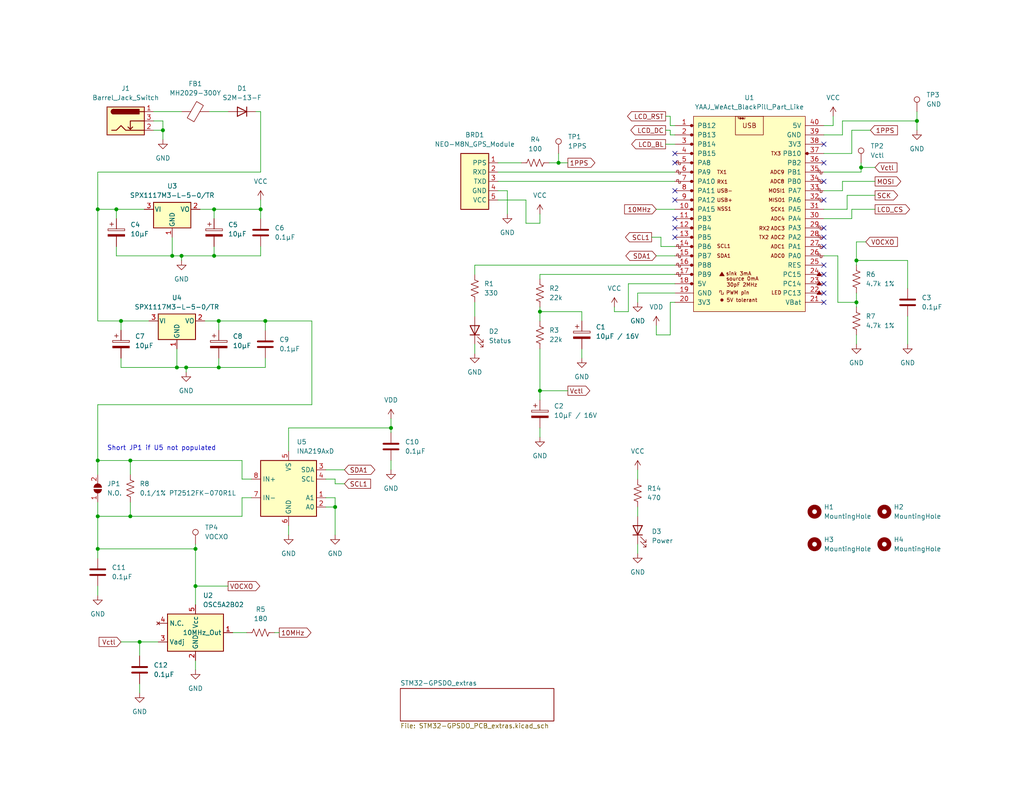
<source format=kicad_sch>
(kicad_sch (version 20230121) (generator eeschema)

  (uuid 0b1317e2-3133-4e26-aad3-3ceedc9f73c0)

  (paper "USLetter")

  (title_block
    (title "STM32-GPSDO")
  )

  (lib_symbols
    (symbol "Connector:Barrel_Jack_Switch" (pin_names hide) (in_bom yes) (on_board yes)
      (property "Reference" "J" (at 0 5.334 0)
        (effects (font (size 1.27 1.27)))
      )
      (property "Value" "Barrel_Jack_Switch" (at 0 -5.08 0)
        (effects (font (size 1.27 1.27)))
      )
      (property "Footprint" "" (at 1.27 -1.016 0)
        (effects (font (size 1.27 1.27)) hide)
      )
      (property "Datasheet" "~" (at 1.27 -1.016 0)
        (effects (font (size 1.27 1.27)) hide)
      )
      (property "ki_keywords" "DC power barrel jack connector" (at 0 0 0)
        (effects (font (size 1.27 1.27)) hide)
      )
      (property "ki_description" "DC Barrel Jack with an internal switch" (at 0 0 0)
        (effects (font (size 1.27 1.27)) hide)
      )
      (property "ki_fp_filters" "BarrelJack*" (at 0 0 0)
        (effects (font (size 1.27 1.27)) hide)
      )
      (symbol "Barrel_Jack_Switch_0_1"
        (rectangle (start -5.08 3.81) (end 5.08 -3.81)
          (stroke (width 0.254) (type default))
          (fill (type background))
        )
        (arc (start -3.302 3.175) (mid -3.9343 2.54) (end -3.302 1.905)
          (stroke (width 0.254) (type default))
          (fill (type none))
        )
        (arc (start -3.302 3.175) (mid -3.9343 2.54) (end -3.302 1.905)
          (stroke (width 0.254) (type default))
          (fill (type outline))
        )
        (polyline
          (pts
            (xy 1.27 -2.286)
            (xy 1.905 -1.651)
          )
          (stroke (width 0.254) (type default))
          (fill (type none))
        )
        (polyline
          (pts
            (xy 5.08 2.54)
            (xy 3.81 2.54)
          )
          (stroke (width 0.254) (type default))
          (fill (type none))
        )
        (polyline
          (pts
            (xy 5.08 0)
            (xy 1.27 0)
            (xy 1.27 -2.286)
            (xy 0.635 -1.651)
          )
          (stroke (width 0.254) (type default))
          (fill (type none))
        )
        (polyline
          (pts
            (xy -3.81 -2.54)
            (xy -2.54 -2.54)
            (xy -1.27 -1.27)
            (xy 0 -2.54)
            (xy 2.54 -2.54)
            (xy 5.08 -2.54)
          )
          (stroke (width 0.254) (type default))
          (fill (type none))
        )
        (rectangle (start 3.683 3.175) (end -3.302 1.905)
          (stroke (width 0.254) (type default))
          (fill (type outline))
        )
      )
      (symbol "Barrel_Jack_Switch_1_1"
        (pin passive line (at 7.62 2.54 180) (length 2.54)
          (name "~" (effects (font (size 1.27 1.27))))
          (number "1" (effects (font (size 1.27 1.27))))
        )
        (pin passive line (at 7.62 -2.54 180) (length 2.54)
          (name "~" (effects (font (size 1.27 1.27))))
          (number "2" (effects (font (size 1.27 1.27))))
        )
        (pin passive line (at 7.62 0 180) (length 2.54)
          (name "~" (effects (font (size 1.27 1.27))))
          (number "3" (effects (font (size 1.27 1.27))))
        )
      )
    )
    (symbol "Connector:TestPoint" (pin_numbers hide) (pin_names (offset 0.762) hide) (in_bom yes) (on_board yes)
      (property "Reference" "TP" (at 0 6.858 0)
        (effects (font (size 1.27 1.27)))
      )
      (property "Value" "TestPoint" (at 0 5.08 0)
        (effects (font (size 1.27 1.27)))
      )
      (property "Footprint" "" (at 5.08 0 0)
        (effects (font (size 1.27 1.27)) hide)
      )
      (property "Datasheet" "~" (at 5.08 0 0)
        (effects (font (size 1.27 1.27)) hide)
      )
      (property "ki_keywords" "test point tp" (at 0 0 0)
        (effects (font (size 1.27 1.27)) hide)
      )
      (property "ki_description" "test point" (at 0 0 0)
        (effects (font (size 1.27 1.27)) hide)
      )
      (property "ki_fp_filters" "Pin* Test*" (at 0 0 0)
        (effects (font (size 1.27 1.27)) hide)
      )
      (symbol "TestPoint_0_1"
        (circle (center 0 3.302) (radius 0.762)
          (stroke (width 0) (type default))
          (fill (type none))
        )
      )
      (symbol "TestPoint_1_1"
        (pin passive line (at 0 0 90) (length 2.54)
          (name "1" (effects (font (size 1.27 1.27))))
          (number "1" (effects (font (size 1.27 1.27))))
        )
      )
    )
    (symbol "Device:C" (pin_numbers hide) (pin_names (offset 0.254)) (in_bom yes) (on_board yes)
      (property "Reference" "C" (at 0.635 2.54 0)
        (effects (font (size 1.27 1.27)) (justify left))
      )
      (property "Value" "C" (at 0.635 -2.54 0)
        (effects (font (size 1.27 1.27)) (justify left))
      )
      (property "Footprint" "" (at 0.9652 -3.81 0)
        (effects (font (size 1.27 1.27)) hide)
      )
      (property "Datasheet" "~" (at 0 0 0)
        (effects (font (size 1.27 1.27)) hide)
      )
      (property "ki_keywords" "cap capacitor" (at 0 0 0)
        (effects (font (size 1.27 1.27)) hide)
      )
      (property "ki_description" "Unpolarized capacitor" (at 0 0 0)
        (effects (font (size 1.27 1.27)) hide)
      )
      (property "ki_fp_filters" "C_*" (at 0 0 0)
        (effects (font (size 1.27 1.27)) hide)
      )
      (symbol "C_0_1"
        (polyline
          (pts
            (xy -2.032 -0.762)
            (xy 2.032 -0.762)
          )
          (stroke (width 0.508) (type default))
          (fill (type none))
        )
        (polyline
          (pts
            (xy -2.032 0.762)
            (xy 2.032 0.762)
          )
          (stroke (width 0.508) (type default))
          (fill (type none))
        )
      )
      (symbol "C_1_1"
        (pin passive line (at 0 3.81 270) (length 2.794)
          (name "~" (effects (font (size 1.27 1.27))))
          (number "1" (effects (font (size 1.27 1.27))))
        )
        (pin passive line (at 0 -3.81 90) (length 2.794)
          (name "~" (effects (font (size 1.27 1.27))))
          (number "2" (effects (font (size 1.27 1.27))))
        )
      )
    )
    (symbol "Device:C_Polarized" (pin_numbers hide) (pin_names (offset 0.254)) (in_bom yes) (on_board yes)
      (property "Reference" "C" (at 0.635 2.54 0)
        (effects (font (size 1.27 1.27)) (justify left))
      )
      (property "Value" "C_Polarized" (at 0.635 -2.54 0)
        (effects (font (size 1.27 1.27)) (justify left))
      )
      (property "Footprint" "" (at 0.9652 -3.81 0)
        (effects (font (size 1.27 1.27)) hide)
      )
      (property "Datasheet" "~" (at 0 0 0)
        (effects (font (size 1.27 1.27)) hide)
      )
      (property "ki_keywords" "cap capacitor" (at 0 0 0)
        (effects (font (size 1.27 1.27)) hide)
      )
      (property "ki_description" "Polarized capacitor" (at 0 0 0)
        (effects (font (size 1.27 1.27)) hide)
      )
      (property "ki_fp_filters" "CP_*" (at 0 0 0)
        (effects (font (size 1.27 1.27)) hide)
      )
      (symbol "C_Polarized_0_1"
        (rectangle (start -2.286 0.508) (end 2.286 1.016)
          (stroke (width 0) (type default))
          (fill (type none))
        )
        (polyline
          (pts
            (xy -1.778 2.286)
            (xy -0.762 2.286)
          )
          (stroke (width 0) (type default))
          (fill (type none))
        )
        (polyline
          (pts
            (xy -1.27 2.794)
            (xy -1.27 1.778)
          )
          (stroke (width 0) (type default))
          (fill (type none))
        )
        (rectangle (start 2.286 -0.508) (end -2.286 -1.016)
          (stroke (width 0) (type default))
          (fill (type outline))
        )
      )
      (symbol "C_Polarized_1_1"
        (pin passive line (at 0 3.81 270) (length 2.794)
          (name "~" (effects (font (size 1.27 1.27))))
          (number "1" (effects (font (size 1.27 1.27))))
        )
        (pin passive line (at 0 -3.81 90) (length 2.794)
          (name "~" (effects (font (size 1.27 1.27))))
          (number "2" (effects (font (size 1.27 1.27))))
        )
      )
    )
    (symbol "Device:D" (pin_numbers hide) (pin_names (offset 1.016) hide) (in_bom yes) (on_board yes)
      (property "Reference" "D" (at 0 2.54 0)
        (effects (font (size 1.27 1.27)))
      )
      (property "Value" "D" (at 0 -2.54 0)
        (effects (font (size 1.27 1.27)))
      )
      (property "Footprint" "" (at 0 0 0)
        (effects (font (size 1.27 1.27)) hide)
      )
      (property "Datasheet" "~" (at 0 0 0)
        (effects (font (size 1.27 1.27)) hide)
      )
      (property "Sim.Device" "D" (at 0 0 0)
        (effects (font (size 1.27 1.27)) hide)
      )
      (property "Sim.Pins" "1=K 2=A" (at 0 0 0)
        (effects (font (size 1.27 1.27)) hide)
      )
      (property "ki_keywords" "diode" (at 0 0 0)
        (effects (font (size 1.27 1.27)) hide)
      )
      (property "ki_description" "Diode" (at 0 0 0)
        (effects (font (size 1.27 1.27)) hide)
      )
      (property "ki_fp_filters" "TO-???* *_Diode_* *SingleDiode* D_*" (at 0 0 0)
        (effects (font (size 1.27 1.27)) hide)
      )
      (symbol "D_0_1"
        (polyline
          (pts
            (xy -1.27 1.27)
            (xy -1.27 -1.27)
          )
          (stroke (width 0.254) (type default))
          (fill (type none))
        )
        (polyline
          (pts
            (xy 1.27 0)
            (xy -1.27 0)
          )
          (stroke (width 0) (type default))
          (fill (type none))
        )
        (polyline
          (pts
            (xy 1.27 1.27)
            (xy 1.27 -1.27)
            (xy -1.27 0)
            (xy 1.27 1.27)
          )
          (stroke (width 0.254) (type default))
          (fill (type none))
        )
      )
      (symbol "D_1_1"
        (pin passive line (at -3.81 0 0) (length 2.54)
          (name "K" (effects (font (size 1.27 1.27))))
          (number "1" (effects (font (size 1.27 1.27))))
        )
        (pin passive line (at 3.81 0 180) (length 2.54)
          (name "A" (effects (font (size 1.27 1.27))))
          (number "2" (effects (font (size 1.27 1.27))))
        )
      )
    )
    (symbol "Device:FerriteBead" (pin_numbers hide) (pin_names (offset 0)) (in_bom yes) (on_board yes)
      (property "Reference" "FB" (at -3.81 0.635 90)
        (effects (font (size 1.27 1.27)))
      )
      (property "Value" "FerriteBead" (at 3.81 0 90)
        (effects (font (size 1.27 1.27)))
      )
      (property "Footprint" "" (at -1.778 0 90)
        (effects (font (size 1.27 1.27)) hide)
      )
      (property "Datasheet" "~" (at 0 0 0)
        (effects (font (size 1.27 1.27)) hide)
      )
      (property "ki_keywords" "L ferrite bead inductor filter" (at 0 0 0)
        (effects (font (size 1.27 1.27)) hide)
      )
      (property "ki_description" "Ferrite bead" (at 0 0 0)
        (effects (font (size 1.27 1.27)) hide)
      )
      (property "ki_fp_filters" "Inductor_* L_* *Ferrite*" (at 0 0 0)
        (effects (font (size 1.27 1.27)) hide)
      )
      (symbol "FerriteBead_0_1"
        (polyline
          (pts
            (xy 0 -1.27)
            (xy 0 -1.2192)
          )
          (stroke (width 0) (type default))
          (fill (type none))
        )
        (polyline
          (pts
            (xy 0 1.27)
            (xy 0 1.2954)
          )
          (stroke (width 0) (type default))
          (fill (type none))
        )
        (polyline
          (pts
            (xy -2.7686 0.4064)
            (xy -1.7018 2.2606)
            (xy 2.7686 -0.3048)
            (xy 1.6764 -2.159)
            (xy -2.7686 0.4064)
          )
          (stroke (width 0) (type default))
          (fill (type none))
        )
      )
      (symbol "FerriteBead_1_1"
        (pin passive line (at 0 3.81 270) (length 2.54)
          (name "~" (effects (font (size 1.27 1.27))))
          (number "1" (effects (font (size 1.27 1.27))))
        )
        (pin passive line (at 0 -3.81 90) (length 2.54)
          (name "~" (effects (font (size 1.27 1.27))))
          (number "2" (effects (font (size 1.27 1.27))))
        )
      )
    )
    (symbol "Device:LED" (pin_numbers hide) (pin_names (offset 1.016) hide) (in_bom yes) (on_board yes)
      (property "Reference" "D" (at 0 2.54 0)
        (effects (font (size 1.27 1.27)))
      )
      (property "Value" "LED" (at 0 -2.54 0)
        (effects (font (size 1.27 1.27)))
      )
      (property "Footprint" "" (at 0 0 0)
        (effects (font (size 1.27 1.27)) hide)
      )
      (property "Datasheet" "~" (at 0 0 0)
        (effects (font (size 1.27 1.27)) hide)
      )
      (property "ki_keywords" "LED diode" (at 0 0 0)
        (effects (font (size 1.27 1.27)) hide)
      )
      (property "ki_description" "Light emitting diode" (at 0 0 0)
        (effects (font (size 1.27 1.27)) hide)
      )
      (property "ki_fp_filters" "LED* LED_SMD:* LED_THT:*" (at 0 0 0)
        (effects (font (size 1.27 1.27)) hide)
      )
      (symbol "LED_0_1"
        (polyline
          (pts
            (xy -1.27 -1.27)
            (xy -1.27 1.27)
          )
          (stroke (width 0.254) (type default))
          (fill (type none))
        )
        (polyline
          (pts
            (xy -1.27 0)
            (xy 1.27 0)
          )
          (stroke (width 0) (type default))
          (fill (type none))
        )
        (polyline
          (pts
            (xy 1.27 -1.27)
            (xy 1.27 1.27)
            (xy -1.27 0)
            (xy 1.27 -1.27)
          )
          (stroke (width 0.254) (type default))
          (fill (type none))
        )
        (polyline
          (pts
            (xy -3.048 -0.762)
            (xy -4.572 -2.286)
            (xy -3.81 -2.286)
            (xy -4.572 -2.286)
            (xy -4.572 -1.524)
          )
          (stroke (width 0) (type default))
          (fill (type none))
        )
        (polyline
          (pts
            (xy -1.778 -0.762)
            (xy -3.302 -2.286)
            (xy -2.54 -2.286)
            (xy -3.302 -2.286)
            (xy -3.302 -1.524)
          )
          (stroke (width 0) (type default))
          (fill (type none))
        )
      )
      (symbol "LED_1_1"
        (pin passive line (at -3.81 0 0) (length 2.54)
          (name "K" (effects (font (size 1.27 1.27))))
          (number "1" (effects (font (size 1.27 1.27))))
        )
        (pin passive line (at 3.81 0 180) (length 2.54)
          (name "A" (effects (font (size 1.27 1.27))))
          (number "2" (effects (font (size 1.27 1.27))))
        )
      )
    )
    (symbol "Device:R_US" (pin_numbers hide) (pin_names (offset 0)) (in_bom yes) (on_board yes)
      (property "Reference" "R" (at 2.54 0 90)
        (effects (font (size 1.27 1.27)))
      )
      (property "Value" "R_US" (at -2.54 0 90)
        (effects (font (size 1.27 1.27)))
      )
      (property "Footprint" "" (at 1.016 -0.254 90)
        (effects (font (size 1.27 1.27)) hide)
      )
      (property "Datasheet" "~" (at 0 0 0)
        (effects (font (size 1.27 1.27)) hide)
      )
      (property "ki_keywords" "R res resistor" (at 0 0 0)
        (effects (font (size 1.27 1.27)) hide)
      )
      (property "ki_description" "Resistor, US symbol" (at 0 0 0)
        (effects (font (size 1.27 1.27)) hide)
      )
      (property "ki_fp_filters" "R_*" (at 0 0 0)
        (effects (font (size 1.27 1.27)) hide)
      )
      (symbol "R_US_0_1"
        (polyline
          (pts
            (xy 0 -2.286)
            (xy 0 -2.54)
          )
          (stroke (width 0) (type default))
          (fill (type none))
        )
        (polyline
          (pts
            (xy 0 2.286)
            (xy 0 2.54)
          )
          (stroke (width 0) (type default))
          (fill (type none))
        )
        (polyline
          (pts
            (xy 0 -0.762)
            (xy 1.016 -1.143)
            (xy 0 -1.524)
            (xy -1.016 -1.905)
            (xy 0 -2.286)
          )
          (stroke (width 0) (type default))
          (fill (type none))
        )
        (polyline
          (pts
            (xy 0 0.762)
            (xy 1.016 0.381)
            (xy 0 0)
            (xy -1.016 -0.381)
            (xy 0 -0.762)
          )
          (stroke (width 0) (type default))
          (fill (type none))
        )
        (polyline
          (pts
            (xy 0 2.286)
            (xy 1.016 1.905)
            (xy 0 1.524)
            (xy -1.016 1.143)
            (xy 0 0.762)
          )
          (stroke (width 0) (type default))
          (fill (type none))
        )
      )
      (symbol "R_US_1_1"
        (pin passive line (at 0 3.81 270) (length 1.27)
          (name "~" (effects (font (size 1.27 1.27))))
          (number "1" (effects (font (size 1.27 1.27))))
        )
        (pin passive line (at 0 -3.81 90) (length 1.27)
          (name "~" (effects (font (size 1.27 1.27))))
          (number "2" (effects (font (size 1.27 1.27))))
        )
      )
    )
    (symbol "Jumper:SolderJumper_2_Open" (pin_names (offset 0) hide) (in_bom yes) (on_board yes)
      (property "Reference" "JP" (at 0 2.032 0)
        (effects (font (size 1.27 1.27)))
      )
      (property "Value" "SolderJumper_2_Open" (at 0 -2.54 0)
        (effects (font (size 1.27 1.27)))
      )
      (property "Footprint" "" (at 0 0 0)
        (effects (font (size 1.27 1.27)) hide)
      )
      (property "Datasheet" "~" (at 0 0 0)
        (effects (font (size 1.27 1.27)) hide)
      )
      (property "ki_keywords" "solder jumper SPST" (at 0 0 0)
        (effects (font (size 1.27 1.27)) hide)
      )
      (property "ki_description" "Solder Jumper, 2-pole, open" (at 0 0 0)
        (effects (font (size 1.27 1.27)) hide)
      )
      (property "ki_fp_filters" "SolderJumper*Open*" (at 0 0 0)
        (effects (font (size 1.27 1.27)) hide)
      )
      (symbol "SolderJumper_2_Open_0_1"
        (arc (start -0.254 1.016) (mid -1.2656 0) (end -0.254 -1.016)
          (stroke (width 0) (type default))
          (fill (type none))
        )
        (arc (start -0.254 1.016) (mid -1.2656 0) (end -0.254 -1.016)
          (stroke (width 0) (type default))
          (fill (type outline))
        )
        (polyline
          (pts
            (xy -0.254 1.016)
            (xy -0.254 -1.016)
          )
          (stroke (width 0) (type default))
          (fill (type none))
        )
        (polyline
          (pts
            (xy 0.254 1.016)
            (xy 0.254 -1.016)
          )
          (stroke (width 0) (type default))
          (fill (type none))
        )
        (arc (start 0.254 -1.016) (mid 1.2656 0) (end 0.254 1.016)
          (stroke (width 0) (type default))
          (fill (type none))
        )
        (arc (start 0.254 -1.016) (mid 1.2656 0) (end 0.254 1.016)
          (stroke (width 0) (type default))
          (fill (type outline))
        )
      )
      (symbol "SolderJumper_2_Open_1_1"
        (pin passive line (at -3.81 0 0) (length 2.54)
          (name "A" (effects (font (size 1.27 1.27))))
          (number "1" (effects (font (size 1.27 1.27))))
        )
        (pin passive line (at 3.81 0 180) (length 2.54)
          (name "B" (effects (font (size 1.27 1.27))))
          (number "2" (effects (font (size 1.27 1.27))))
        )
      )
    )
    (symbol "Mechanical:MountingHole" (pin_names (offset 1.016)) (in_bom yes) (on_board yes)
      (property "Reference" "H" (at 0 5.08 0)
        (effects (font (size 1.27 1.27)))
      )
      (property "Value" "MountingHole" (at 0 3.175 0)
        (effects (font (size 1.27 1.27)))
      )
      (property "Footprint" "" (at 0 0 0)
        (effects (font (size 1.27 1.27)) hide)
      )
      (property "Datasheet" "~" (at 0 0 0)
        (effects (font (size 1.27 1.27)) hide)
      )
      (property "ki_keywords" "mounting hole" (at 0 0 0)
        (effects (font (size 1.27 1.27)) hide)
      )
      (property "ki_description" "Mounting Hole without connection" (at 0 0 0)
        (effects (font (size 1.27 1.27)) hide)
      )
      (property "ki_fp_filters" "MountingHole*" (at 0 0 0)
        (effects (font (size 1.27 1.27)) hide)
      )
      (symbol "MountingHole_0_1"
        (circle (center 0 0) (radius 1.27)
          (stroke (width 1.27) (type default))
          (fill (type none))
        )
      )
    )
    (symbol "OCXO:OSC5A2B02" (in_bom yes) (on_board yes)
      (property "Reference" "U" (at 5.6642 1.4224 0)
        (effects (font (size 1.27 1.27)))
      )
      (property "Value" "OSC5A2B02" (at 10.5156 -0.5842 0)
        (effects (font (size 1.27 1.27)))
      )
      (property "Footprint" "OCXO:OCXO_CTI_OSC5A2B02" (at 0 0 0)
        (effects (font (size 1.27 1.27)) hide)
      )
      (property "Datasheet" "" (at 0 0 0)
        (effects (font (size 1.27 1.27)) hide)
      )
      (symbol "OSC5A2B02_1_1"
        (rectangle (start -5.08 -2.54) (end 10.16 -12.7)
          (stroke (width 0.254) (type default))
          (fill (type background))
        )
        (pin output line (at 12.7 -7.62 180) (length 2.54)
          (name "10MHz_Out" (effects (font (size 1.27 1.27))))
          (number "1" (effects (font (size 1.27 1.27))))
        )
        (pin power_in line (at 2.54 -15.24 90) (length 2.54)
          (name "GND" (effects (font (size 1.27 1.27))))
          (number "2" (effects (font (size 1.27 1.27))))
        )
        (pin input line (at -7.62 -10.16 0) (length 2.54)
          (name "Vadj" (effects (font (size 1.27 1.27))))
          (number "3" (effects (font (size 1.27 1.27))))
        )
        (pin no_connect line (at -7.62 -5.08 0) (length 2.54)
          (name "N.C." (effects (font (size 1.27 1.27))))
          (number "4" (effects (font (size 1.27 1.27))))
        )
        (pin power_in line (at 2.54 0 270) (length 2.54)
          (name "Vcc" (effects (font (size 1.27 1.27))))
          (number "5" (effects (font (size 1.27 1.27))))
        )
      )
    )
    (symbol "PCB_modules:NEO-M8N_PCB" (in_bom yes) (on_board yes)
      (property "Reference" "BRD" (at 0 11.43 0)
        (effects (font (size 1.27 1.27)))
      )
      (property "Value" "NEO-M8N_GPS_Module" (at 0 8.89 0)
        (effects (font (size 1.27 1.27)))
      )
      (property "Footprint" "PCB_modules:PCB_modules_GPS_NEO-M8N_PCB" (at 0 -1.27 0)
        (effects (font (size 1.27 1.27)) hide)
      )
      (property "Datasheet" "" (at 0 -1.27 0)
        (effects (font (size 1.27 1.27)) hide)
      )
      (property "ki_keywords" "neo m8n gps" (at 0 0 0)
        (effects (font (size 1.27 1.27)) hide)
      )
      (property "ki_description" "uBlox NEO-M8N GPS PCB module" (at 0 0 0)
        (effects (font (size 1.27 1.27)) hide)
      )
      (symbol "NEO-M8N_PCB_1_1"
        (rectangle (start -3.81 7.62) (end 3.81 -7.62)
          (stroke (width 0.254) (type default))
          (fill (type background))
        )
        (pin output line (at 6.35 5.08 180) (length 2.54)
          (name "PPS" (effects (font (size 1.27 1.27))))
          (number "1" (effects (font (size 1.27 1.27))))
        )
        (pin input line (at 6.35 2.54 180) (length 2.54)
          (name "RXD" (effects (font (size 1.27 1.27))))
          (number "2" (effects (font (size 1.27 1.27))))
        )
        (pin output line (at 6.35 0 180) (length 2.54)
          (name "TXD" (effects (font (size 1.27 1.27))))
          (number "3" (effects (font (size 1.27 1.27))))
        )
        (pin power_in line (at 6.35 -2.54 180) (length 2.54)
          (name "GND" (effects (font (size 1.27 1.27))))
          (number "4" (effects (font (size 1.27 1.27))))
        )
        (pin power_in line (at 6.35 -5.08 180) (length 2.54)
          (name "VCC" (effects (font (size 1.27 1.27))))
          (number "5" (effects (font (size 1.27 1.27))))
        )
      )
    )
    (symbol "Regulator_Linear:LT1117-5.0" (pin_names (offset 0.254)) (in_bom yes) (on_board yes)
      (property "Reference" "U" (at -3.81 3.175 0)
        (effects (font (size 1.27 1.27)))
      )
      (property "Value" "LT1117-5.0" (at 0 3.175 0)
        (effects (font (size 1.27 1.27)) (justify left))
      )
      (property "Footprint" "" (at 0 0 0)
        (effects (font (size 1.27 1.27)) hide)
      )
      (property "Datasheet" "https://www.analog.com/media/en/technical-documentation/data-sheets/1117fd.pdf" (at 0 0 0)
        (effects (font (size 1.27 1.27)) hide)
      )
      (property "ki_keywords" "linear regulator ldo fixed positive" (at 0 0 0)
        (effects (font (size 1.27 1.27)) hide)
      )
      (property "ki_description" "800mA Low-Dropout Linear Regulator, 5.0V fixed output, SOT-223/TO-263" (at 0 0 0)
        (effects (font (size 1.27 1.27)) hide)
      )
      (property "ki_fp_filters" "SOT?223* TO?263*" (at 0 0 0)
        (effects (font (size 1.27 1.27)) hide)
      )
      (symbol "LT1117-5.0_0_1"
        (rectangle (start -5.08 -5.08) (end 5.08 1.905)
          (stroke (width 0.254) (type default))
          (fill (type background))
        )
      )
      (symbol "LT1117-5.0_1_1"
        (pin power_in line (at 0 -7.62 90) (length 2.54)
          (name "GND" (effects (font (size 1.27 1.27))))
          (number "1" (effects (font (size 1.27 1.27))))
        )
        (pin power_out line (at 7.62 0 180) (length 2.54)
          (name "VO" (effects (font (size 1.27 1.27))))
          (number "2" (effects (font (size 1.27 1.27))))
        )
        (pin power_in line (at -7.62 0 0) (length 2.54)
          (name "VI" (effects (font (size 1.27 1.27))))
          (number "3" (effects (font (size 1.27 1.27))))
        )
      )
    )
    (symbol "Sensor_Energy:INA219AxD" (in_bom yes) (on_board yes)
      (property "Reference" "U" (at -6.35 8.89 0)
        (effects (font (size 1.27 1.27)))
      )
      (property "Value" "INA219AxD" (at 5.08 8.89 0)
        (effects (font (size 1.27 1.27)))
      )
      (property "Footprint" "Package_SO:SOIC-8_3.9x4.9mm_P1.27mm" (at 20.32 -8.89 0)
        (effects (font (size 1.27 1.27)) hide)
      )
      (property "Datasheet" "http://www.ti.com/lit/ds/symlink/ina219.pdf" (at 8.89 -2.54 0)
        (effects (font (size 1.27 1.27)) hide)
      )
      (property "ki_keywords" "ADC I2C 16-Bit Oversampling Current Shunt" (at 0 0 0)
        (effects (font (size 1.27 1.27)) hide)
      )
      (property "ki_description" "Zero-Drift, Bidirectional Current/Power Monitor (0-26V) With I2C Interface, SOIC-8" (at 0 0 0)
        (effects (font (size 1.27 1.27)) hide)
      )
      (property "ki_fp_filters" "SOIC*3.9x4.9mm*P1.27mm*" (at 0 0 0)
        (effects (font (size 1.27 1.27)) hide)
      )
      (symbol "INA219AxD_0_1"
        (rectangle (start -7.62 7.62) (end 7.62 -7.62)
          (stroke (width 0.254) (type default))
          (fill (type background))
        )
      )
      (symbol "INA219AxD_1_1"
        (pin input line (at 10.16 -2.54 180) (length 2.54)
          (name "A1" (effects (font (size 1.27 1.27))))
          (number "1" (effects (font (size 1.27 1.27))))
        )
        (pin input line (at 10.16 -5.08 180) (length 2.54)
          (name "A0" (effects (font (size 1.27 1.27))))
          (number "2" (effects (font (size 1.27 1.27))))
        )
        (pin bidirectional line (at 10.16 5.08 180) (length 2.54)
          (name "SDA" (effects (font (size 1.27 1.27))))
          (number "3" (effects (font (size 1.27 1.27))))
        )
        (pin input line (at 10.16 2.54 180) (length 2.54)
          (name "SCL" (effects (font (size 1.27 1.27))))
          (number "4" (effects (font (size 1.27 1.27))))
        )
        (pin power_in line (at 0 10.16 270) (length 2.54)
          (name "VS" (effects (font (size 1.27 1.27))))
          (number "5" (effects (font (size 1.27 1.27))))
        )
        (pin power_in line (at 0 -10.16 90) (length 2.54)
          (name "GND" (effects (font (size 1.27 1.27))))
          (number "6" (effects (font (size 1.27 1.27))))
        )
        (pin input line (at -10.16 -2.54 0) (length 2.54)
          (name "IN-" (effects (font (size 1.27 1.27))))
          (number "7" (effects (font (size 1.27 1.27))))
        )
        (pin input line (at -10.16 2.54 0) (length 2.54)
          (name "IN+" (effects (font (size 1.27 1.27))))
          (number "8" (effects (font (size 1.27 1.27))))
        )
      )
    )
    (symbol "YAAJ_WeAct_BlackPill_Part_Like:YAAJ_WeAct_BlackPill_Part_Like" (pin_names (offset 1.016)) (in_bom yes) (on_board yes)
      (property "Reference" "U" (at -12.7 27.94 0)
        (effects (font (size 1.27 1.27)))
      )
      (property "Value" "YAAJ_WeAct_BlackPill_Part_Like" (at 0 2.54 90)
        (effects (font (size 1.27 1.27)))
      )
      (property "Footprint" "Kicad-STM32:YAAJ_WeAct_BlackPill2" (at 0.254 -29.972 0)
        (effects (font (size 1.27 1.27)) hide)
      )
      (property "Datasheet" "" (at 17.78 -25.4 0)
        (effects (font (size 1.27 1.27)) hide)
      )
      (property "ki_keywords" "module black pill STM32" (at 0 0 0)
        (effects (font (size 1.27 1.27)) hide)
      )
      (property "ki_description" "WeAct STM32F401/F411 Black Pill ; not KLC compliant" (at 0 0 0)
        (effects (font (size 1.27 1.27)) hide)
      )
      (symbol "YAAJ_WeAct_BlackPill_Part_Like_0_0"
        (circle (center -15.748 -20.32) (radius 0.3556)
          (stroke (width 0) (type solid))
          (fill (type outline))
        )
        (circle (center -15.748 -17.78) (radius 0.3556)
          (stroke (width 0) (type solid))
          (fill (type outline))
        )
        (circle (center -15.748 -15.24) (radius 0.3556)
          (stroke (width 0) (type solid))
          (fill (type outline))
        )
        (circle (center -15.748 -12.7) (radius 0.3556)
          (stroke (width 0) (type solid))
          (fill (type outline))
        )
        (circle (center -15.748 -10.16) (radius 0.3556)
          (stroke (width 0) (type solid))
          (fill (type outline))
        )
        (circle (center -15.748 -7.62) (radius 0.3556)
          (stroke (width 0) (type solid))
          (fill (type outline))
        )
        (circle (center -15.748 -5.08) (radius 0.3556)
          (stroke (width 0) (type solid))
          (fill (type outline))
        )
        (circle (center -15.748 -2.54) (radius 0.3556)
          (stroke (width 0) (type solid))
          (fill (type outline))
        )
        (circle (center -15.748 0) (radius 0.3556)
          (stroke (width 0) (type solid))
          (fill (type outline))
        )
        (circle (center -15.748 2.54) (radius 0.3556)
          (stroke (width 0) (type solid))
          (fill (type outline))
        )
        (circle (center -15.748 5.08) (radius 0.3556)
          (stroke (width 0) (type solid))
          (fill (type outline))
        )
        (circle (center -15.748 7.62) (radius 0.3556)
          (stroke (width 0) (type solid))
          (fill (type outline))
        )
        (circle (center -15.748 10.16) (radius 0.3556)
          (stroke (width 0) (type solid))
          (fill (type outline))
        )
        (circle (center -15.748 12.7) (radius 0.3556)
          (stroke (width 0) (type solid))
          (fill (type outline))
        )
        (circle (center -15.748 15.24) (radius 0.3556)
          (stroke (width 0) (type solid))
          (fill (type outline))
        )
        (circle (center -15.748 17.78) (radius 0.3556)
          (stroke (width 0) (type solid))
          (fill (type outline))
        )
        (circle (center -15.748 22.86) (radius 0.3556)
          (stroke (width 0) (type solid))
          (fill (type outline))
        )
        (circle (center -7.493 -24.765) (radius 0.127)
          (stroke (width 0) (type solid))
          (fill (type outline))
        )
        (circle (center -7.493 -24.765) (radius 0.254)
          (stroke (width 0) (type solid))
          (fill (type none))
        )
        (circle (center -7.493 -24.765) (radius 0.3556)
          (stroke (width 0) (type solid))
          (fill (type none))
        )
        (polyline
          (pts
            (xy -8.128 -18.161)
            (xy -7.493 -17.145)
            (xy -6.858 -18.161)
            (xy -8.128 -18.161)
            (xy -7.493 -17.272)
            (xy -6.985 -18.161)
            (xy -8.001 -18.034)
            (xy -7.493 -17.399)
            (xy -7.112 -18.161)
            (xy -7.874 -17.907)
            (xy -7.366 -17.526)
            (xy -7.239 -18.161)
            (xy -7.747 -17.78)
            (xy -7.239 -17.653)
            (xy -7.366 -18.034)
            (xy -7.62 -17.78)
            (xy -7.366 -17.907)
            (xy -7.493 -17.653)
          )
          (stroke (width 0) (type solid))
          (fill (type none))
        )
        (polyline
          (pts
            (xy 18.415 -23.241)
            (xy 19.05 -22.225)
            (xy 19.685 -23.241)
            (xy 18.415 -23.241)
            (xy 19.05 -22.352)
            (xy 19.558 -23.241)
            (xy 18.542 -23.114)
            (xy 19.05 -22.479)
            (xy 19.431 -23.241)
            (xy 18.669 -22.987)
            (xy 19.177 -22.606)
            (xy 19.304 -23.241)
            (xy 18.796 -22.86)
            (xy 19.304 -22.733)
            (xy 19.177 -23.114)
            (xy 18.923 -22.86)
            (xy 19.177 -22.987)
            (xy 19.05 -22.733)
          )
          (stroke (width 0) (type solid))
          (fill (type none))
        )
        (polyline
          (pts
            (xy 18.415 -20.701)
            (xy 19.05 -19.685)
            (xy 19.685 -20.701)
            (xy 18.415 -20.701)
            (xy 19.05 -19.812)
            (xy 19.558 -20.701)
            (xy 18.542 -20.574)
            (xy 19.05 -19.939)
            (xy 19.431 -20.701)
            (xy 18.669 -20.447)
            (xy 19.177 -20.066)
            (xy 19.304 -20.701)
            (xy 18.796 -20.32)
            (xy 19.304 -20.193)
            (xy 19.177 -20.574)
            (xy 18.923 -20.32)
            (xy 19.177 -20.447)
            (xy 19.05 -20.193)
          )
          (stroke (width 0) (type solid))
          (fill (type none))
        )
        (polyline
          (pts
            (xy 18.415 -18.161)
            (xy 19.05 -17.145)
            (xy 19.685 -18.161)
            (xy 18.415 -18.161)
            (xy 19.05 -17.272)
            (xy 19.558 -18.161)
            (xy 18.542 -18.034)
            (xy 19.05 -17.399)
            (xy 19.431 -18.161)
            (xy 18.669 -17.907)
            (xy 19.177 -17.526)
            (xy 19.304 -18.161)
            (xy 18.796 -17.78)
            (xy 19.304 -17.653)
            (xy 19.177 -18.034)
            (xy 18.923 -17.78)
            (xy 19.177 -17.907)
            (xy 19.05 -17.653)
          )
          (stroke (width 0) (type solid))
          (fill (type none))
        )
        (circle (center 15.748 15.24) (radius 0.254)
          (stroke (width 0) (type solid))
          (fill (type outline))
        )
        (circle (center 15.748 15.24) (radius 0.3556)
          (stroke (width 0) (type solid))
          (fill (type none))
        )
        (text "30pF 2MHz" (at -2.032 -20.574 0)
          (effects (font (size 0.9906 0.9906)))
        )
        (text "5V tolerant" (at -2.032 -24.765 0)
          (effects (font (size 0.9906 0.9906)))
        )
        (text "ADC0" (at 7.747 -12.7 0)
          (effects (font (size 0.9906 0.9906)))
        )
        (text "ADC1" (at 7.747 -10.16 0)
          (effects (font (size 0.9906 0.9906)))
        )
        (text "ADC2" (at 7.747 -7.62 0)
          (effects (font (size 0.9906 0.9906)))
        )
        (text "ADC3" (at 7.747 -5.207 0)
          (effects (font (size 0.9906 0.9906)))
        )
        (text "ADC4" (at 7.747 -2.54 0)
          (effects (font (size 0.9906 0.9906)))
        )
        (text "ADC8" (at 7.62 7.62 0)
          (effects (font (size 0.9906 0.9906)))
        )
        (text "ADC9" (at 7.62 10.16 0)
          (effects (font (size 0.9906 0.9906)))
        )
        (text "LED" (at 7.366 -22.733 0)
          (effects (font (size 0.9906 0.9906)))
        )
        (text "MISO1" (at 7.493 2.54 0)
          (effects (font (size 0.9906 0.9906)))
        )
        (text "MOSI1" (at 7.493 5.08 0)
          (effects (font (size 0.9906 0.9906)))
        )
        (text "NSS1" (at -6.858 0.127 0)
          (effects (font (size 0.9906 0.9906)))
        )
        (text "PWM pin" (at -3.175 -22.733 0)
          (effects (font (size 0.9906 0.9906)))
        )
        (text "RX1" (at -7.366 7.493 0)
          (effects (font (size 0.9906 0.9906)))
        )
        (text "RX2" (at 4.064 -5.207 0)
          (effects (font (size 0.9906 0.9906)))
        )
        (text "SCK1" (at 7.747 0 0)
          (effects (font (size 0.9906 0.9906)))
        )
        (text "SCL1" (at -6.985 -10.033 0)
          (effects (font (size 0.9906 0.9906)))
        )
        (text "SDA1" (at -6.985 -12.7 0)
          (effects (font (size 0.9906 0.9906)))
        )
        (text "sink 3mA" (at -2.921 -17.526 0)
          (effects (font (size 0.9906 0.9906)))
        )
        (text "source 0mA" (at -1.905 -18.923 0)
          (effects (font (size 0.9906 0.9906)))
        )
        (text "TX1" (at -7.493 10.16 0)
          (effects (font (size 0.9906 0.9906)))
        )
        (text "TX2" (at 3.937 -7.62 0)
          (effects (font (size 0.9906 0.9906)))
        )
        (text "TX3" (at 7.239 15.24 0)
          (effects (font (size 0.9906 0.9906)))
        )
        (text "USB" (at 0 22.86 0)
          (effects (font (size 1.27 1.27)))
        )
        (text "USB+" (at -6.731 2.54 0)
          (effects (font (size 0.9906 0.9906)))
        )
        (text "USB-" (at -6.731 5.08 0)
          (effects (font (size 0.9906 0.9906)))
        )
        (text "Y@@J" (at -2.159 24.892 0)
          (effects (font (size 0.508 0.508)))
        )
      )
      (symbol "YAAJ_WeAct_BlackPill_Part_Like_0_1"
        (rectangle (start -15.24 25.4) (end 15.24 -27.94)
          (stroke (width 0) (type solid))
          (fill (type background))
        )
        (polyline
          (pts
            (xy -18.796 -17.78)
            (xy -18.796 -18.288)
            (xy -19.304 -18.288)
            (xy -19.304 -17.272)
            (xy -19.812 -17.272)
            (xy -19.812 -17.78)
          )
          (stroke (width 0) (type solid))
          (fill (type none))
        )
        (polyline
          (pts
            (xy -18.796 -15.24)
            (xy -18.796 -15.748)
            (xy -19.304 -15.748)
            (xy -19.304 -14.732)
            (xy -19.812 -14.732)
            (xy -19.812 -15.24)
          )
          (stroke (width 0) (type solid))
          (fill (type none))
        )
        (polyline
          (pts
            (xy -18.796 -12.7)
            (xy -18.796 -13.208)
            (xy -19.304 -13.208)
            (xy -19.304 -12.192)
            (xy -19.812 -12.192)
            (xy -19.812 -12.7)
          )
          (stroke (width 0) (type solid))
          (fill (type none))
        )
        (polyline
          (pts
            (xy -18.796 -10.16)
            (xy -18.796 -10.668)
            (xy -19.304 -10.668)
            (xy -19.304 -9.652)
            (xy -19.812 -9.652)
            (xy -19.812 -10.16)
          )
          (stroke (width 0) (type solid))
          (fill (type none))
        )
        (polyline
          (pts
            (xy -18.796 7.62)
            (xy -18.796 7.112)
            (xy -19.304 7.112)
            (xy -19.304 8.128)
            (xy -19.812 8.128)
            (xy -19.812 7.62)
          )
          (stroke (width 0) (type solid))
          (fill (type none))
        )
        (polyline
          (pts
            (xy -18.796 10.16)
            (xy -18.796 9.652)
            (xy -19.304 9.652)
            (xy -19.304 10.668)
            (xy -19.812 10.668)
            (xy -19.812 10.16)
          )
          (stroke (width 0) (type solid))
          (fill (type none))
        )
        (polyline
          (pts
            (xy -18.796 12.7)
            (xy -18.796 12.192)
            (xy -19.304 12.192)
            (xy -19.304 13.208)
            (xy -19.812 13.208)
            (xy -19.812 12.7)
          )
          (stroke (width 0) (type solid))
          (fill (type none))
        )
        (polyline
          (pts
            (xy -7.112 -22.733)
            (xy -7.112 -23.241)
            (xy -7.62 -23.241)
            (xy -7.62 -22.225)
            (xy -8.128 -22.225)
            (xy -8.128 -22.733)
          )
          (stroke (width 0) (type solid))
          (fill (type none))
        )
        (polyline
          (pts
            (xy 19.812 -12.7)
            (xy 19.812 -13.208)
            (xy 19.304 -13.208)
            (xy 19.304 -12.192)
            (xy 18.796 -12.192)
            (xy 18.796 -12.7)
          )
          (stroke (width 0) (type solid))
          (fill (type none))
        )
        (polyline
          (pts
            (xy 19.812 -10.16)
            (xy 19.812 -10.668)
            (xy 19.304 -10.668)
            (xy 19.304 -9.652)
            (xy 18.796 -9.652)
            (xy 18.796 -10.16)
          )
          (stroke (width 0) (type solid))
          (fill (type none))
        )
        (polyline
          (pts
            (xy 19.812 -7.62)
            (xy 19.812 -8.128)
            (xy 19.304 -8.128)
            (xy 19.304 -7.112)
            (xy 18.796 -7.112)
            (xy 18.796 -7.62)
          )
          (stroke (width 0) (type solid))
          (fill (type none))
        )
        (polyline
          (pts
            (xy 19.812 -5.08)
            (xy 19.812 -5.588)
            (xy 19.304 -5.588)
            (xy 19.304 -4.572)
            (xy 18.796 -4.572)
            (xy 18.796 -5.08)
          )
          (stroke (width 0) (type solid))
          (fill (type none))
        )
        (polyline
          (pts
            (xy 19.812 2.54)
            (xy 19.812 2.032)
            (xy 19.304 2.032)
            (xy 19.304 3.048)
            (xy 18.796 3.048)
            (xy 18.796 2.54)
          )
          (stroke (width 0) (type solid))
          (fill (type none))
        )
        (polyline
          (pts
            (xy 19.812 5.08)
            (xy 19.812 4.572)
            (xy 19.304 4.572)
            (xy 19.304 5.588)
            (xy 18.796 5.588)
            (xy 18.796 5.08)
          )
          (stroke (width 0) (type solid))
          (fill (type none))
        )
        (polyline
          (pts
            (xy 19.812 7.62)
            (xy 19.812 7.112)
            (xy 19.304 7.112)
            (xy 19.304 8.128)
            (xy 18.796 8.128)
            (xy 18.796 7.62)
          )
          (stroke (width 0) (type solid))
          (fill (type none))
        )
        (polyline
          (pts
            (xy 19.812 10.16)
            (xy 19.812 9.652)
            (xy 19.304 9.652)
            (xy 19.304 10.668)
            (xy 18.796 10.668)
            (xy 18.796 10.16)
          )
          (stroke (width 0) (type solid))
          (fill (type none))
        )
        (rectangle (start 3.81 25.4) (end -3.81 20.32)
          (stroke (width 0) (type solid))
          (fill (type none))
        )
      )
      (symbol "YAAJ_WeAct_BlackPill_Part_Like_1_1"
        (circle (center -15.748 20.32) (radius 0.3556)
          (stroke (width 0) (type solid))
          (fill (type outline))
        )
        (pin bidirectional line (at -20.32 22.86 0) (length 5.08)
          (name "PB12" (effects (font (size 1.27 1.27))))
          (number "1" (effects (font (size 1.27 1.27))))
        )
        (pin bidirectional line (at -20.32 0 0) (length 5.08)
          (name "PA15" (effects (font (size 1.27 1.27))))
          (number "10" (effects (font (size 1.27 1.27))))
        )
        (pin bidirectional line (at -20.32 -2.54 0) (length 5.08)
          (name "PB3" (effects (font (size 1.27 1.27))))
          (number "11" (effects (font (size 1.27 1.27))))
        )
        (pin bidirectional line (at -20.32 -5.08 0) (length 5.08)
          (name "PB4" (effects (font (size 1.27 1.27))))
          (number "12" (effects (font (size 1.27 1.27))))
        )
        (pin bidirectional line (at -20.32 -7.62 0) (length 5.08)
          (name "PB5" (effects (font (size 1.27 1.27))))
          (number "13" (effects (font (size 1.27 1.27))))
        )
        (pin bidirectional line (at -20.32 -10.16 0) (length 5.08)
          (name "PB6" (effects (font (size 1.27 1.27))))
          (number "14" (effects (font (size 1.27 1.27))))
        )
        (pin bidirectional line (at -20.32 -12.7 0) (length 5.08)
          (name "PB7" (effects (font (size 1.27 1.27))))
          (number "15" (effects (font (size 1.27 1.27))))
        )
        (pin bidirectional line (at -20.32 -15.24 0) (length 5.08)
          (name "PB8" (effects (font (size 1.27 1.27))))
          (number "16" (effects (font (size 1.27 1.27))))
        )
        (pin bidirectional line (at -20.32 -17.78 0) (length 5.08)
          (name "PB9" (effects (font (size 1.27 1.27))))
          (number "17" (effects (font (size 1.27 1.27))))
        )
        (pin power_in line (at -20.32 -20.32 0) (length 5.08)
          (name "5V" (effects (font (size 1.27 1.27))))
          (number "18" (effects (font (size 1.27 1.27))))
        )
        (pin power_in line (at -20.32 -22.86 0) (length 5.08)
          (name "GND" (effects (font (size 1.27 1.27))))
          (number "19" (effects (font (size 1.27 1.27))))
        )
        (pin bidirectional line (at -20.32 20.32 0) (length 5.08)
          (name "PB13" (effects (font (size 1.27 1.27))))
          (number "2" (effects (font (size 1.27 1.27))))
        )
        (pin power_in line (at -20.32 -25.4 0) (length 5.08)
          (name "3V3" (effects (font (size 1.27 1.27))))
          (number "20" (effects (font (size 1.27 1.27))))
        )
        (pin power_in line (at 20.32 -25.4 180) (length 5.08)
          (name "VBat" (effects (font (size 1.27 1.27))))
          (number "21" (effects (font (size 1.27 1.27))))
        )
        (pin bidirectional line (at 20.32 -22.86 180) (length 5.08)
          (name "PC13" (effects (font (size 1.27 1.27))))
          (number "22" (effects (font (size 1.27 1.27))))
        )
        (pin bidirectional line (at 20.32 -20.32 180) (length 5.08)
          (name "PC14" (effects (font (size 1.27 1.27))))
          (number "23" (effects (font (size 1.27 1.27))))
        )
        (pin bidirectional line (at 20.32 -17.78 180) (length 5.08)
          (name "PC15" (effects (font (size 1.27 1.27))))
          (number "24" (effects (font (size 1.27 1.27))))
        )
        (pin input line (at 20.32 -15.24 180) (length 5.08)
          (name "RES" (effects (font (size 1.27 1.27))))
          (number "25" (effects (font (size 1.27 1.27))))
        )
        (pin bidirectional line (at 20.32 -12.7 180) (length 5.08)
          (name "PA0" (effects (font (size 1.27 1.27))))
          (number "26" (effects (font (size 1.27 1.27))))
        )
        (pin bidirectional line (at 20.32 -10.16 180) (length 5.08)
          (name "PA1" (effects (font (size 1.27 1.27))))
          (number "27" (effects (font (size 1.27 1.27))))
        )
        (pin bidirectional line (at 20.32 -7.62 180) (length 5.08)
          (name "PA2" (effects (font (size 1.27 1.27))))
          (number "28" (effects (font (size 1.27 1.27))))
        )
        (pin bidirectional line (at 20.32 -5.08 180) (length 5.08)
          (name "PA3" (effects (font (size 1.27 1.27))))
          (number "29" (effects (font (size 1.27 1.27))))
        )
        (pin bidirectional line (at -20.32 17.78 0) (length 5.08)
          (name "PB14" (effects (font (size 1.27 1.27))))
          (number "3" (effects (font (size 1.27 1.27))))
        )
        (pin bidirectional line (at 20.32 -2.54 180) (length 5.08)
          (name "PA4" (effects (font (size 1.27 1.27))))
          (number "30" (effects (font (size 1.27 1.27))))
        )
        (pin bidirectional line (at 20.32 0 180) (length 5.08)
          (name "PA5" (effects (font (size 1.27 1.27))))
          (number "31" (effects (font (size 1.27 1.27))))
        )
        (pin bidirectional line (at 20.32 2.54 180) (length 5.08)
          (name "PA6" (effects (font (size 1.27 1.27))))
          (number "32" (effects (font (size 1.27 1.27))))
        )
        (pin bidirectional line (at 20.32 5.08 180) (length 5.08)
          (name "PA7" (effects (font (size 1.27 1.27))))
          (number "33" (effects (font (size 1.27 1.27))))
        )
        (pin bidirectional line (at 20.32 7.62 180) (length 5.08)
          (name "PB0" (effects (font (size 1.27 1.27))))
          (number "34" (effects (font (size 1.27 1.27))))
        )
        (pin bidirectional line (at 20.32 10.16 180) (length 5.08)
          (name "PB1" (effects (font (size 1.27 1.27))))
          (number "35" (effects (font (size 1.27 1.27))))
        )
        (pin bidirectional line (at 20.32 12.7 180) (length 5.08)
          (name "PB2" (effects (font (size 1.27 1.27))))
          (number "36" (effects (font (size 1.27 1.27))))
        )
        (pin bidirectional line (at 20.32 15.24 180) (length 5.08)
          (name "PB10" (effects (font (size 1.27 1.27))))
          (number "37" (effects (font (size 1.27 1.27))))
        )
        (pin power_in line (at 20.32 17.78 180) (length 5.08)
          (name "3V3" (effects (font (size 1.27 1.27))))
          (number "38" (effects (font (size 1.27 1.27))))
        )
        (pin power_in line (at 20.32 20.32 180) (length 5.08)
          (name "GND" (effects (font (size 1.27 1.27))))
          (number "39" (effects (font (size 1.27 1.27))))
        )
        (pin bidirectional line (at -20.32 15.24 0) (length 5.08)
          (name "PB15" (effects (font (size 1.27 1.27))))
          (number "4" (effects (font (size 1.27 1.27))))
        )
        (pin power_in line (at 20.32 22.86 180) (length 5.08)
          (name "5V" (effects (font (size 1.27 1.27))))
          (number "40" (effects (font (size 1.27 1.27))))
        )
        (pin bidirectional line (at -20.32 12.7 0) (length 5.08)
          (name "PA8" (effects (font (size 1.27 1.27))))
          (number "5" (effects (font (size 1.27 1.27))))
        )
        (pin bidirectional line (at -20.32 10.16 0) (length 5.08)
          (name "PA9" (effects (font (size 1.27 1.27))))
          (number "6" (effects (font (size 1.27 1.27))))
        )
        (pin bidirectional line (at -20.32 7.62 0) (length 5.08)
          (name "PA10" (effects (font (size 1.27 1.27))))
          (number "7" (effects (font (size 1.27 1.27))))
        )
        (pin bidirectional line (at -20.32 5.08 0) (length 5.08)
          (name "PA11" (effects (font (size 1.27 1.27))))
          (number "8" (effects (font (size 1.27 1.27))))
        )
        (pin bidirectional line (at -20.32 2.54 0) (length 5.08)
          (name "PA12" (effects (font (size 1.27 1.27))))
          (number "9" (effects (font (size 1.27 1.27))))
        )
      )
    )
    (symbol "power:GND" (power) (pin_names (offset 0)) (in_bom yes) (on_board yes)
      (property "Reference" "#PWR" (at 0 -6.35 0)
        (effects (font (size 1.27 1.27)) hide)
      )
      (property "Value" "GND" (at 0 -3.81 0)
        (effects (font (size 1.27 1.27)))
      )
      (property "Footprint" "" (at 0 0 0)
        (effects (font (size 1.27 1.27)) hide)
      )
      (property "Datasheet" "" (at 0 0 0)
        (effects (font (size 1.27 1.27)) hide)
      )
      (property "ki_keywords" "global power" (at 0 0 0)
        (effects (font (size 1.27 1.27)) hide)
      )
      (property "ki_description" "Power symbol creates a global label with name \"GND\" , ground" (at 0 0 0)
        (effects (font (size 1.27 1.27)) hide)
      )
      (symbol "GND_0_1"
        (polyline
          (pts
            (xy 0 0)
            (xy 0 -1.27)
            (xy 1.27 -1.27)
            (xy 0 -2.54)
            (xy -1.27 -1.27)
            (xy 0 -1.27)
          )
          (stroke (width 0) (type default))
          (fill (type none))
        )
      )
      (symbol "GND_1_1"
        (pin power_in line (at 0 0 270) (length 0) hide
          (name "GND" (effects (font (size 1.27 1.27))))
          (number "1" (effects (font (size 1.27 1.27))))
        )
      )
    )
    (symbol "power:VCC" (power) (pin_names (offset 0)) (in_bom yes) (on_board yes)
      (property "Reference" "#PWR" (at 0 -3.81 0)
        (effects (font (size 1.27 1.27)) hide)
      )
      (property "Value" "VCC" (at 0 3.81 0)
        (effects (font (size 1.27 1.27)))
      )
      (property "Footprint" "" (at 0 0 0)
        (effects (font (size 1.27 1.27)) hide)
      )
      (property "Datasheet" "" (at 0 0 0)
        (effects (font (size 1.27 1.27)) hide)
      )
      (property "ki_keywords" "global power" (at 0 0 0)
        (effects (font (size 1.27 1.27)) hide)
      )
      (property "ki_description" "Power symbol creates a global label with name \"VCC\"" (at 0 0 0)
        (effects (font (size 1.27 1.27)) hide)
      )
      (symbol "VCC_0_1"
        (polyline
          (pts
            (xy -0.762 1.27)
            (xy 0 2.54)
          )
          (stroke (width 0) (type default))
          (fill (type none))
        )
        (polyline
          (pts
            (xy 0 0)
            (xy 0 2.54)
          )
          (stroke (width 0) (type default))
          (fill (type none))
        )
        (polyline
          (pts
            (xy 0 2.54)
            (xy 0.762 1.27)
          )
          (stroke (width 0) (type default))
          (fill (type none))
        )
      )
      (symbol "VCC_1_1"
        (pin power_in line (at 0 0 90) (length 0) hide
          (name "VCC" (effects (font (size 1.27 1.27))))
          (number "1" (effects (font (size 1.27 1.27))))
        )
      )
    )
    (symbol "power:VDD" (power) (pin_names (offset 0)) (in_bom yes) (on_board yes)
      (property "Reference" "#PWR" (at 0 -3.81 0)
        (effects (font (size 1.27 1.27)) hide)
      )
      (property "Value" "VDD" (at 0 3.81 0)
        (effects (font (size 1.27 1.27)))
      )
      (property "Footprint" "" (at 0 0 0)
        (effects (font (size 1.27 1.27)) hide)
      )
      (property "Datasheet" "" (at 0 0 0)
        (effects (font (size 1.27 1.27)) hide)
      )
      (property "ki_keywords" "global power" (at 0 0 0)
        (effects (font (size 1.27 1.27)) hide)
      )
      (property "ki_description" "Power symbol creates a global label with name \"VDD\"" (at 0 0 0)
        (effects (font (size 1.27 1.27)) hide)
      )
      (symbol "VDD_0_1"
        (polyline
          (pts
            (xy -0.762 1.27)
            (xy 0 2.54)
          )
          (stroke (width 0) (type default))
          (fill (type none))
        )
        (polyline
          (pts
            (xy 0 0)
            (xy 0 2.54)
          )
          (stroke (width 0) (type default))
          (fill (type none))
        )
        (polyline
          (pts
            (xy 0 2.54)
            (xy 0.762 1.27)
          )
          (stroke (width 0) (type default))
          (fill (type none))
        )
      )
      (symbol "VDD_1_1"
        (pin power_in line (at 0 0 90) (length 0) hide
          (name "VDD" (effects (font (size 1.27 1.27))))
          (number "1" (effects (font (size 1.27 1.27))))
        )
      )
    )
  )

  (junction (at 26.67 149.86) (diameter 0) (color 0 0 0 0)
    (uuid 006b5885-4e52-4c28-adb3-bdeaadb1b0fd)
  )
  (junction (at 31.75 57.15) (diameter 0) (color 0 0 0 0)
    (uuid 076eca26-8f23-45b1-8931-4ad49bbd988a)
  )
  (junction (at 58.42 57.15) (diameter 0) (color 0 0 0 0)
    (uuid 0e492d6e-1319-4ead-99a6-ed4a8703d87b)
  )
  (junction (at 91.44 138.43) (diameter 0) (color 0 0 0 0)
    (uuid 0e73f7ac-14c8-46c7-a504-efa3b92276e7)
  )
  (junction (at 72.39 87.63) (diameter 0) (color 0 0 0 0)
    (uuid 17df2ee7-7c4c-44b0-82bb-67c0cac393c2)
  )
  (junction (at 33.02 87.63) (diameter 0) (color 0 0 0 0)
    (uuid 1ab7a5cd-777d-46a4-895d-e7b742790678)
  )
  (junction (at 59.69 100.33) (diameter 0) (color 0 0 0 0)
    (uuid 1b0dcdb0-8fbf-47b8-be54-85c725686b67)
  )
  (junction (at 233.68 82.55) (diameter 0) (color 0 0 0 0)
    (uuid 2994c01f-5c04-4186-8c45-3757b9ecb1e9)
  )
  (junction (at 46.99 69.85) (diameter 0) (color 0 0 0 0)
    (uuid 48925839-58db-4c3e-a34c-4a8ab6d540fe)
  )
  (junction (at 53.34 160.02) (diameter 0) (color 0 0 0 0)
    (uuid 4db1e25c-7dc4-439c-bc9b-52800c726a9d)
  )
  (junction (at 50.8 100.33) (diameter 0) (color 0 0 0 0)
    (uuid 5bbcd373-bec0-4747-bdf5-ca048cc8be31)
  )
  (junction (at 71.12 57.15) (diameter 0) (color 0 0 0 0)
    (uuid 6673ea5c-7e53-45c8-af95-a915a6f26a0a)
  )
  (junction (at 59.69 87.63) (diameter 0) (color 0 0 0 0)
    (uuid 67f6ea8a-b9ab-4ba3-a198-f1977457f5c9)
  )
  (junction (at 26.67 125.73) (diameter 0) (color 0 0 0 0)
    (uuid 8108357d-ba7f-45a3-9ab7-9f0198730eaf)
  )
  (junction (at 26.67 140.97) (diameter 0) (color 0 0 0 0)
    (uuid 8f087db1-e4d1-4432-846f-8ade7838ebcd)
  )
  (junction (at 152.4 44.45) (diameter 0) (color 0 0 0 0)
    (uuid 98e85755-6d2a-471e-937e-3705533f9a96)
  )
  (junction (at 44.45 35.56) (diameter 0) (color 0 0 0 0)
    (uuid 9c9e2f22-352c-4e8c-a593-d4cd4dd5170d)
  )
  (junction (at 106.68 116.84) (diameter 0) (color 0 0 0 0)
    (uuid 9d0c4799-228f-462d-92ce-495c1291485d)
  )
  (junction (at 26.67 57.15) (diameter 0) (color 0 0 0 0)
    (uuid a5f32631-9697-4831-b63c-62b731c2d0f3)
  )
  (junction (at 147.32 85.09) (diameter 0) (color 0 0 0 0)
    (uuid b9dc915c-eab6-4b0c-9f09-974ec4d124b6)
  )
  (junction (at 250.19 33.02) (diameter 0) (color 0 0 0 0)
    (uuid ba753e94-24de-4a85-9e5f-c8e5a34fbfbf)
  )
  (junction (at 234.95 45.72) (diameter 0) (color 0 0 0 0)
    (uuid bc69c778-c049-4d3a-bdaf-cc96134f4e22)
  )
  (junction (at 58.42 69.85) (diameter 0) (color 0 0 0 0)
    (uuid bfb289de-191c-49c8-89ff-cb4f9f03c58c)
  )
  (junction (at 35.56 125.73) (diameter 0) (color 0 0 0 0)
    (uuid c2004e67-6a60-49d0-a310-cff151f9b966)
  )
  (junction (at 233.68 71.12) (diameter 0) (color 0 0 0 0)
    (uuid cbe031fa-08d0-4d51-a96a-64cd1c05cd70)
  )
  (junction (at 38.1 175.26) (diameter 0) (color 0 0 0 0)
    (uuid cee9d594-8959-4ae8-a24a-edad9fbe0706)
  )
  (junction (at 53.34 149.86) (diameter 0) (color 0 0 0 0)
    (uuid d2e67f25-64c0-4970-ac61-5ce8b5a33284)
  )
  (junction (at 48.26 100.33) (diameter 0) (color 0 0 0 0)
    (uuid de89c078-44eb-4b4d-856c-91cce22c4ace)
  )
  (junction (at 147.32 106.68) (diameter 0) (color 0 0 0 0)
    (uuid df55d733-92e6-4665-aef1-3f7208a6da12)
  )
  (junction (at 49.53 69.85) (diameter 0) (color 0 0 0 0)
    (uuid f4439571-78c3-4d24-9911-77a8876f0dde)
  )
  (junction (at 35.56 140.97) (diameter 0) (color 0 0 0 0)
    (uuid f94b2bf2-8248-4700-9bad-aa5471fd9155)
  )

  (no_connect (at 224.79 54.61) (uuid 0bff6588-2220-4c8d-a405-b53be9e313f0))
  (no_connect (at 224.79 67.31) (uuid 0f62b3d1-2338-4abc-aa7d-75d42c600c24))
  (no_connect (at 224.79 74.93) (uuid 2448c1f9-1433-42d0-b4ff-d28074cee465))
  (no_connect (at 184.15 54.61) (uuid 24b04f06-6cf6-4cb5-9998-3a579b23e7ef))
  (no_connect (at 184.15 44.45) (uuid 24f474af-5a69-4d67-b324-0d58bc00e58e))
  (no_connect (at 224.79 64.77) (uuid 42ee7aac-01d3-4aa3-933d-9abdd2eecf0f))
  (no_connect (at 224.79 72.39) (uuid 43207bc5-0fb5-47f4-95b4-ad21aef155ea))
  (no_connect (at 184.15 62.23) (uuid 442cdc00-f4f2-4a5e-931f-582da1f1d9fa))
  (no_connect (at 184.15 59.69) (uuid 45e28e1f-2fdb-47f5-91ee-4014d0719ae0))
  (no_connect (at 224.79 49.53) (uuid 4fbffedb-7a55-43e3-872e-f97a097147b6))
  (no_connect (at 224.79 62.23) (uuid 593521eb-14da-4e7e-9e05-e3a16f62cb4c))
  (no_connect (at 184.15 52.07) (uuid 5d43a595-13cc-4345-afc6-9926c1f94c98))
  (no_connect (at 224.79 82.55) (uuid 7b5da01d-6ad2-4fae-9fb0-706825e147ca))
  (no_connect (at 224.79 77.47) (uuid 7decc854-002c-491a-8de2-6f5eedd8b1b1))
  (no_connect (at 224.79 80.01) (uuid 816d9270-1d32-4bbd-9ddb-3dc4e262d552))
  (no_connect (at 224.79 39.37) (uuid 88ff3399-5dde-43e3-a780-e60e727e12e2))
  (no_connect (at 224.79 44.45) (uuid a2bddc9f-510d-4c5c-82a0-d2d019be22f9))
  (no_connect (at 184.15 41.91) (uuid c548058e-a523-460e-9099-6ead3df8decf))
  (no_connect (at 184.15 64.77) (uuid dbeb6451-f568-4b13-96fe-f5628f68e16a))

  (wire (pts (xy 250.19 33.02) (xy 250.19 35.56))
    (stroke (width 0) (type default))
    (uuid 025d89e7-fbaa-4023-9e55-be8b1496e696)
  )
  (wire (pts (xy 147.32 74.93) (xy 147.32 76.2))
    (stroke (width 0) (type default))
    (uuid 03218d19-cd20-4e76-a193-b508d18a3ab4)
  )
  (wire (pts (xy 38.1 175.26) (xy 43.18 175.26))
    (stroke (width 0) (type default))
    (uuid 045307f8-5d73-41c0-bcdb-64a2e4870dde)
  )
  (wire (pts (xy 59.69 87.63) (xy 72.39 87.63))
    (stroke (width 0) (type default))
    (uuid 04d1424b-3097-4ea7-abca-6e7f8e34fee6)
  )
  (wire (pts (xy 234.95 44.45) (xy 234.95 45.72))
    (stroke (width 0) (type default))
    (uuid 05487450-5c74-401a-b31f-56112b6aa1f6)
  )
  (wire (pts (xy 26.67 46.99) (xy 26.67 57.15))
    (stroke (width 0) (type default))
    (uuid 06808271-06ad-469b-a6eb-7a29d5874c43)
  )
  (wire (pts (xy 138.43 52.07) (xy 138.43 58.42))
    (stroke (width 0) (type default))
    (uuid 072a93b8-28e1-42d3-b991-24702fbb8447)
  )
  (wire (pts (xy 184.15 36.83) (xy 182.88 36.83))
    (stroke (width 0) (type default))
    (uuid 0824b11f-1d5d-42ce-94db-6854aab4bff7)
  )
  (wire (pts (xy 54.61 57.15) (xy 58.42 57.15))
    (stroke (width 0) (type default))
    (uuid 090d0b46-f163-4f27-8e50-52894c14ffba)
  )
  (wire (pts (xy 33.02 97.79) (xy 33.02 100.33))
    (stroke (width 0) (type default))
    (uuid 0ac30b3c-896b-4b64-ba4f-d616b96e8850)
  )
  (wire (pts (xy 182.88 36.83) (xy 182.88 35.56))
    (stroke (width 0) (type default))
    (uuid 11c8d963-b65a-43b8-9f29-879b42ebc56b)
  )
  (wire (pts (xy 228.6 82.55) (xy 233.68 82.55))
    (stroke (width 0) (type default))
    (uuid 121d125c-a69c-42c3-b2fa-7d163804da6a)
  )
  (wire (pts (xy 147.32 95.25) (xy 147.32 106.68))
    (stroke (width 0) (type default))
    (uuid 1425437b-5640-42bf-a503-9bd6b5dae4bb)
  )
  (wire (pts (xy 147.32 83.82) (xy 147.32 85.09))
    (stroke (width 0) (type default))
    (uuid 14666f4a-f4c9-4ce2-bafc-75753154a338)
  )
  (wire (pts (xy 232.41 41.91) (xy 224.79 41.91))
    (stroke (width 0) (type default))
    (uuid 14b3d944-65b0-4816-8a47-ea1a411c96c1)
  )
  (wire (pts (xy 50.8 100.33) (xy 48.26 100.33))
    (stroke (width 0) (type default))
    (uuid 14da1142-1b7e-451f-8710-d06ffd8b536b)
  )
  (wire (pts (xy 106.68 125.73) (xy 106.68 128.27))
    (stroke (width 0) (type default))
    (uuid 15186ecc-542b-4e16-becd-00c3bacd4b55)
  )
  (wire (pts (xy 106.68 116.84) (xy 106.68 118.11))
    (stroke (width 0) (type default))
    (uuid 184d94cb-eb8e-4055-b64a-dbffc3e914b7)
  )
  (wire (pts (xy 147.32 60.96) (xy 147.32 58.42))
    (stroke (width 0) (type default))
    (uuid 19769df1-5980-4913-b7e6-5b28b6f7fc90)
  )
  (wire (pts (xy 91.44 130.81) (xy 91.44 132.08))
    (stroke (width 0) (type default))
    (uuid 1999d37b-5034-40c0-a567-849631794ada)
  )
  (wire (pts (xy 33.02 87.63) (xy 33.02 90.17))
    (stroke (width 0) (type default))
    (uuid 19cfb344-02db-4857-8793-857d873d5ee7)
  )
  (wire (pts (xy 231.14 53.34) (xy 238.76 53.34))
    (stroke (width 0) (type default))
    (uuid 1a41c933-ea86-4403-a9cd-af30a1a88823)
  )
  (wire (pts (xy 41.91 35.56) (xy 44.45 35.56))
    (stroke (width 0) (type default))
    (uuid 1b554315-7286-4397-88b0-ed95888e0543)
  )
  (wire (pts (xy 88.9 138.43) (xy 91.44 138.43))
    (stroke (width 0) (type default))
    (uuid 1c2984f9-3df3-4c6c-a535-d8763608664a)
  )
  (wire (pts (xy 236.22 66.04) (xy 233.68 66.04))
    (stroke (width 0) (type default))
    (uuid 1cc281cf-01df-4c4e-af07-eb359c3d9ef7)
  )
  (wire (pts (xy 57.15 30.48) (xy 62.23 30.48))
    (stroke (width 0) (type default))
    (uuid 1ef49bda-2513-4bdc-9540-8961242e1854)
  )
  (wire (pts (xy 182.88 34.29) (xy 182.88 31.75))
    (stroke (width 0) (type default))
    (uuid 1f6fdf70-b7d8-4fd8-8b21-2846bac182f2)
  )
  (wire (pts (xy 26.67 149.86) (xy 53.34 149.86))
    (stroke (width 0) (type default))
    (uuid 22e2f3bd-5ae0-4908-8e2d-a80155ca6b5f)
  )
  (wire (pts (xy 58.42 67.31) (xy 58.42 69.85))
    (stroke (width 0) (type default))
    (uuid 2372de14-7de3-45db-9e76-590bdac4304a)
  )
  (wire (pts (xy 106.68 114.3) (xy 106.68 116.84))
    (stroke (width 0) (type default))
    (uuid 24b0b07d-0f54-43e7-9043-32098130cbcb)
  )
  (wire (pts (xy 31.75 67.31) (xy 31.75 69.85))
    (stroke (width 0) (type default))
    (uuid 2a4c914c-1862-4828-bfeb-2f68beae08dd)
  )
  (wire (pts (xy 135.89 52.07) (xy 138.43 52.07))
    (stroke (width 0) (type default))
    (uuid 2aa90f10-6588-462d-8e84-139f2dbf1e68)
  )
  (wire (pts (xy 229.87 49.53) (xy 229.87 52.07))
    (stroke (width 0) (type default))
    (uuid 2ada419e-4ae1-42f2-975d-ad7e8b3ddc56)
  )
  (wire (pts (xy 66.04 135.89) (xy 66.04 140.97))
    (stroke (width 0) (type default))
    (uuid 2bf118b5-65cd-4bdf-a0e9-2081d297ffe9)
  )
  (wire (pts (xy 26.67 137.16) (xy 26.67 140.97))
    (stroke (width 0) (type default))
    (uuid 31767f15-0814-4db6-9140-e46c8df88f1e)
  )
  (wire (pts (xy 71.12 69.85) (xy 71.12 67.31))
    (stroke (width 0) (type default))
    (uuid 3552563f-5287-4be8-a7de-a229b365ce70)
  )
  (wire (pts (xy 88.9 128.27) (xy 93.98 128.27))
    (stroke (width 0) (type default))
    (uuid 386529f4-07d8-4739-8c55-082ddf3ea558)
  )
  (wire (pts (xy 91.44 138.43) (xy 91.44 146.05))
    (stroke (width 0) (type default))
    (uuid 38c1cc9d-4e4b-47d4-8715-aa8be196f34c)
  )
  (wire (pts (xy 78.74 123.19) (xy 78.74 116.84))
    (stroke (width 0) (type default))
    (uuid 38dc2797-2201-48b9-a120-1b6e189dac43)
  )
  (wire (pts (xy 85.09 110.49) (xy 85.09 87.63))
    (stroke (width 0) (type default))
    (uuid 39395f87-5eb8-4898-a989-59075b4fd91f)
  )
  (wire (pts (xy 33.02 100.33) (xy 48.26 100.33))
    (stroke (width 0) (type default))
    (uuid 3a561549-1538-4a4d-910e-069b3029d3ac)
  )
  (wire (pts (xy 232.41 35.56) (xy 237.49 35.56))
    (stroke (width 0) (type default))
    (uuid 3a718036-ec9f-4c16-ad36-3f76b7be1d71)
  )
  (wire (pts (xy 26.67 110.49) (xy 85.09 110.49))
    (stroke (width 0) (type default))
    (uuid 3b0d527a-57cc-44a0-b641-cb1f1d07cc88)
  )
  (wire (pts (xy 68.58 130.81) (xy 66.04 130.81))
    (stroke (width 0) (type default))
    (uuid 3d3c317c-2902-4397-bf7a-93b240a49a49)
  )
  (wire (pts (xy 59.69 87.63) (xy 59.69 90.17))
    (stroke (width 0) (type default))
    (uuid 3e8ad4d1-5a38-4a40-8c43-ecb99ffa617d)
  )
  (wire (pts (xy 227.33 31.75) (xy 227.33 34.29))
    (stroke (width 0) (type default))
    (uuid 42881797-7cee-44c0-8512-7b2a2be4df0f)
  )
  (wire (pts (xy 59.69 97.79) (xy 59.69 100.33))
    (stroke (width 0) (type default))
    (uuid 44ec4620-1b82-4061-96b7-04d656a8e3b4)
  )
  (wire (pts (xy 71.12 30.48) (xy 71.12 46.99))
    (stroke (width 0) (type default))
    (uuid 45c84805-4f1a-4fb7-990e-482b141fe440)
  )
  (wire (pts (xy 179.07 57.15) (xy 184.15 57.15))
    (stroke (width 0) (type default))
    (uuid 4708d952-7099-405c-9b1c-d94cb974ee5d)
  )
  (wire (pts (xy 135.89 49.53) (xy 184.15 49.53))
    (stroke (width 0) (type default))
    (uuid 48ee8abb-3cb0-46b7-94ac-82e96537e137)
  )
  (wire (pts (xy 179.07 88.9) (xy 179.07 91.44))
    (stroke (width 0) (type default))
    (uuid 49a20e2d-72b2-487b-9a0b-5a739095ec19)
  )
  (wire (pts (xy 50.8 100.33) (xy 59.69 100.33))
    (stroke (width 0) (type default))
    (uuid 4a30ef11-0146-4862-8f00-37f7a06d340b)
  )
  (wire (pts (xy 88.9 135.89) (xy 91.44 135.89))
    (stroke (width 0) (type default))
    (uuid 4e05aec9-ad61-4a4d-be8e-296e4cfebee9)
  )
  (wire (pts (xy 48.26 95.25) (xy 48.26 100.33))
    (stroke (width 0) (type default))
    (uuid 4e16539b-bf1b-4525-ad88-a81f52d14c54)
  )
  (wire (pts (xy 149.86 44.45) (xy 152.4 44.45))
    (stroke (width 0) (type default))
    (uuid 4e4f9a79-ca4c-4c2a-afde-0ef9ecd4bd50)
  )
  (wire (pts (xy 26.67 152.4) (xy 26.67 149.86))
    (stroke (width 0) (type default))
    (uuid 506d266a-499d-41b6-9f62-fefc7db42e61)
  )
  (wire (pts (xy 143.51 54.61) (xy 143.51 60.96))
    (stroke (width 0) (type default))
    (uuid 5427239e-d72d-44ab-97fc-700c28d617a7)
  )
  (wire (pts (xy 147.32 85.09) (xy 147.32 87.63))
    (stroke (width 0) (type default))
    (uuid 56a637b1-28ce-43fc-a0b8-431b8df24c82)
  )
  (wire (pts (xy 229.87 36.83) (xy 224.79 36.83))
    (stroke (width 0) (type default))
    (uuid 5a53d40c-515f-4904-9acb-a9f65616446a)
  )
  (wire (pts (xy 66.04 130.81) (xy 66.04 125.73))
    (stroke (width 0) (type default))
    (uuid 5a774b17-74ff-4b53-a38d-a2418c7254fb)
  )
  (wire (pts (xy 147.32 116.84) (xy 147.32 119.38))
    (stroke (width 0) (type default))
    (uuid 5c957fe1-40d8-46e2-a834-97d99abdf583)
  )
  (wire (pts (xy 224.79 59.69) (xy 232.41 59.69))
    (stroke (width 0) (type default))
    (uuid 61f5a8e5-1e72-4236-bd81-8e0659bbe615)
  )
  (wire (pts (xy 238.76 49.53) (xy 229.87 49.53))
    (stroke (width 0) (type default))
    (uuid 62f15853-77d7-414a-a4a1-a142d05006ad)
  )
  (wire (pts (xy 180.34 67.31) (xy 184.15 67.31))
    (stroke (width 0) (type default))
    (uuid 634c1a9b-0085-488a-8876-e965d1bfc767)
  )
  (wire (pts (xy 158.75 95.25) (xy 158.75 97.79))
    (stroke (width 0) (type default))
    (uuid 67fa9997-756e-46cc-b721-d179093e93aa)
  )
  (wire (pts (xy 147.32 74.93) (xy 184.15 74.93))
    (stroke (width 0) (type default))
    (uuid 698e019f-ff8f-4147-a1f1-1dee5fc5c79c)
  )
  (wire (pts (xy 158.75 85.09) (xy 147.32 85.09))
    (stroke (width 0) (type default))
    (uuid 6a250cdd-a2eb-43c6-9228-bcbb238fa489)
  )
  (wire (pts (xy 152.4 44.45) (xy 154.94 44.45))
    (stroke (width 0) (type default))
    (uuid 6a526d6a-97cb-440b-bf88-f39b8eccf029)
  )
  (wire (pts (xy 158.75 87.63) (xy 158.75 85.09))
    (stroke (width 0) (type default))
    (uuid 6cc4d6ab-0f9b-4f1a-90b0-2a6d8820d185)
  )
  (wire (pts (xy 46.99 69.85) (xy 49.53 69.85))
    (stroke (width 0) (type default))
    (uuid 6df3d837-b058-4601-847f-1c84754c0ea4)
  )
  (wire (pts (xy 234.95 46.99) (xy 224.79 46.99))
    (stroke (width 0) (type default))
    (uuid 6ebc0c7b-521f-49f2-8a0a-85ed54a7ccb1)
  )
  (wire (pts (xy 180.34 64.77) (xy 180.34 67.31))
    (stroke (width 0) (type default))
    (uuid 6f647714-f735-49ee-b398-6fcd2dcaa43b)
  )
  (wire (pts (xy 55.88 87.63) (xy 59.69 87.63))
    (stroke (width 0) (type default))
    (uuid 7064f4b3-ec7a-4a8f-94d7-cea3db77d0b5)
  )
  (wire (pts (xy 53.34 160.02) (xy 62.23 160.02))
    (stroke (width 0) (type default))
    (uuid 710f8379-d7e5-4c33-bad4-c962ccda2343)
  )
  (wire (pts (xy 49.53 69.85) (xy 58.42 69.85))
    (stroke (width 0) (type default))
    (uuid 713a7b6a-c192-4201-a643-6b0b7bee745d)
  )
  (wire (pts (xy 229.87 52.07) (xy 224.79 52.07))
    (stroke (width 0) (type default))
    (uuid 71fa531c-73f5-4a9b-823d-ab487867650a)
  )
  (wire (pts (xy 167.64 85.09) (xy 167.64 83.82))
    (stroke (width 0) (type default))
    (uuid 7326eb3d-1da5-434f-839d-af3a8ee686a6)
  )
  (wire (pts (xy 26.67 125.73) (xy 26.67 129.54))
    (stroke (width 0) (type default))
    (uuid 737f0f31-de0a-40a8-bdd9-96bdc2027f93)
  )
  (wire (pts (xy 58.42 69.85) (xy 71.12 69.85))
    (stroke (width 0) (type default))
    (uuid 742f3276-6d03-4e17-8430-c603fe4927a0)
  )
  (wire (pts (xy 35.56 125.73) (xy 35.56 129.54))
    (stroke (width 0) (type default))
    (uuid 7559a605-dbc8-44bb-8180-b7bf0c9f128a)
  )
  (wire (pts (xy 224.79 69.85) (xy 228.6 69.85))
    (stroke (width 0) (type default))
    (uuid 76c38c65-f38b-4831-a0dd-8e3d3ce3d694)
  )
  (wire (pts (xy 179.07 69.85) (xy 184.15 69.85))
    (stroke (width 0) (type default))
    (uuid 7922c602-3fdd-40c1-ad15-d80908427617)
  )
  (wire (pts (xy 26.67 110.49) (xy 26.67 125.73))
    (stroke (width 0) (type default))
    (uuid 7a0ee5f2-7ba8-4c7d-abd8-f8c1893b5978)
  )
  (wire (pts (xy 41.91 33.02) (xy 44.45 33.02))
    (stroke (width 0) (type default))
    (uuid 7e2ed036-3ded-4985-8bac-c43317647522)
  )
  (wire (pts (xy 182.88 91.44) (xy 179.07 91.44))
    (stroke (width 0) (type default))
    (uuid 834e2fe5-6dde-4675-be80-6c40ca3e9712)
  )
  (wire (pts (xy 184.15 34.29) (xy 182.88 34.29))
    (stroke (width 0) (type default))
    (uuid 835d72e4-7827-4cc5-8242-e076dda9be16)
  )
  (wire (pts (xy 58.42 57.15) (xy 71.12 57.15))
    (stroke (width 0) (type default))
    (uuid 851748c0-8e15-49f1-b892-d756bf4891da)
  )
  (wire (pts (xy 53.34 149.86) (xy 53.34 160.02))
    (stroke (width 0) (type default))
    (uuid 8641806f-01fb-4a74-9c7b-cd9870c818b9)
  )
  (wire (pts (xy 33.02 87.63) (xy 26.67 87.63))
    (stroke (width 0) (type default))
    (uuid 8728b6b4-38f8-4b72-9daa-d27f05ac2b45)
  )
  (wire (pts (xy 233.68 91.44) (xy 233.68 93.98))
    (stroke (width 0) (type default))
    (uuid 8de9db48-fa6e-470c-8bc3-f79dbbdd02a2)
  )
  (wire (pts (xy 232.41 57.15) (xy 238.76 57.15))
    (stroke (width 0) (type default))
    (uuid 8e3704eb-8bfd-408b-b12c-9adc83450454)
  )
  (wire (pts (xy 35.56 125.73) (xy 66.04 125.73))
    (stroke (width 0) (type default))
    (uuid 8f9f6b98-70d5-4a26-b17f-9b845d0e3458)
  )
  (wire (pts (xy 35.56 140.97) (xy 66.04 140.97))
    (stroke (width 0) (type default))
    (uuid 904adb8d-ef52-43e6-a713-9fee34a174b0)
  )
  (wire (pts (xy 135.89 54.61) (xy 143.51 54.61))
    (stroke (width 0) (type default))
    (uuid 90a36fd0-b99f-439f-886c-38c7bb9241e4)
  )
  (wire (pts (xy 59.69 100.33) (xy 72.39 100.33))
    (stroke (width 0) (type default))
    (uuid 9218fd08-45f8-4a1b-b334-5290fa572d3c)
  )
  (wire (pts (xy 35.56 125.73) (xy 26.67 125.73))
    (stroke (width 0) (type default))
    (uuid 94a8d047-f8fd-4611-a637-1e9cfb302e8e)
  )
  (wire (pts (xy 171.45 77.47) (xy 184.15 77.47))
    (stroke (width 0) (type default))
    (uuid 958dbd88-dc8a-4851-8824-f76c4dbc96f7)
  )
  (wire (pts (xy 227.33 34.29) (xy 224.79 34.29))
    (stroke (width 0) (type default))
    (uuid 97af24b6-d397-4752-98d7-e5bec9df9616)
  )
  (wire (pts (xy 26.67 140.97) (xy 26.67 149.86))
    (stroke (width 0) (type default))
    (uuid 983e7747-570f-4134-9935-2b7f71873fa4)
  )
  (wire (pts (xy 234.95 45.72) (xy 238.76 45.72))
    (stroke (width 0) (type default))
    (uuid 991c9364-89ee-41bb-bbd3-eb6bc049e708)
  )
  (wire (pts (xy 50.8 100.33) (xy 50.8 101.6))
    (stroke (width 0) (type default))
    (uuid 99245b0c-267d-42c5-8861-1c5ce70afbc7)
  )
  (wire (pts (xy 71.12 57.15) (xy 71.12 59.69))
    (stroke (width 0) (type default))
    (uuid 9ac4ef25-febf-46e1-b720-bb1bc4385f5b)
  )
  (wire (pts (xy 224.79 57.15) (xy 231.14 57.15))
    (stroke (width 0) (type default))
    (uuid 9c1b5e0b-ba9d-48d1-b5ec-dc285a70e62b)
  )
  (wire (pts (xy 44.45 33.02) (xy 44.45 35.56))
    (stroke (width 0) (type default))
    (uuid 9da4d519-b2c7-4e76-b976-4a78edeb8517)
  )
  (wire (pts (xy 44.45 35.56) (xy 44.45 38.1))
    (stroke (width 0) (type default))
    (uuid 9f87181a-aeb0-4682-ade4-2b178252496a)
  )
  (wire (pts (xy 233.68 71.12) (xy 247.65 71.12))
    (stroke (width 0) (type default))
    (uuid a0f18fa4-4803-4e4e-8f15-3181470e846a)
  )
  (wire (pts (xy 135.89 44.45) (xy 142.24 44.45))
    (stroke (width 0) (type default))
    (uuid a113bd4c-3216-4ef4-b09f-60973c45ee2c)
  )
  (wire (pts (xy 72.39 90.17) (xy 72.39 87.63))
    (stroke (width 0) (type default))
    (uuid a20bbfaf-a3b1-497a-a632-7a34bccac9cd)
  )
  (wire (pts (xy 173.99 138.43) (xy 173.99 140.97))
    (stroke (width 0) (type default))
    (uuid a3a17b78-f270-4983-81c1-34d895ab50ba)
  )
  (wire (pts (xy 171.45 85.09) (xy 167.64 85.09))
    (stroke (width 0) (type default))
    (uuid a6a54d00-da18-41bd-8f9c-f31388da3b18)
  )
  (wire (pts (xy 173.99 148.59) (xy 173.99 151.13))
    (stroke (width 0) (type default))
    (uuid a811641b-249c-401f-b891-83e9eb2a7576)
  )
  (wire (pts (xy 129.54 72.39) (xy 184.15 72.39))
    (stroke (width 0) (type default))
    (uuid a8c378a6-2f99-4ff5-91b5-1fbc3349ada5)
  )
  (wire (pts (xy 53.34 160.02) (xy 53.34 165.1))
    (stroke (width 0) (type default))
    (uuid a9c82c68-9c61-464b-b247-a7729cf0acc7)
  )
  (wire (pts (xy 72.39 100.33) (xy 72.39 97.79))
    (stroke (width 0) (type default))
    (uuid ab35f99e-e776-4c5d-b024-f661e440ac5e)
  )
  (wire (pts (xy 250.19 30.48) (xy 250.19 33.02))
    (stroke (width 0) (type default))
    (uuid ac971e1a-a973-4ef7-9c6e-3ddc77c37126)
  )
  (wire (pts (xy 171.45 77.47) (xy 171.45 85.09))
    (stroke (width 0) (type default))
    (uuid acb0b164-7031-4a60-bde9-5d6419fdf41d)
  )
  (wire (pts (xy 234.95 45.72) (xy 234.95 46.99))
    (stroke (width 0) (type default))
    (uuid ad51ef57-1983-4ccc-949f-d05ffd95d5cd)
  )
  (wire (pts (xy 85.09 87.63) (xy 72.39 87.63))
    (stroke (width 0) (type default))
    (uuid aeeb92bb-ac49-4132-85e1-e0070e3d34bf)
  )
  (wire (pts (xy 26.67 57.15) (xy 31.75 57.15))
    (stroke (width 0) (type default))
    (uuid af1b71d5-34ad-40b1-a4a7-7a3ab3492211)
  )
  (wire (pts (xy 177.8 64.77) (xy 180.34 64.77))
    (stroke (width 0) (type default))
    (uuid b04670fc-b299-4e82-a571-9765290475e0)
  )
  (wire (pts (xy 181.61 39.37) (xy 184.15 39.37))
    (stroke (width 0) (type default))
    (uuid b37c83c5-2cf7-45a4-9c3a-c070b285133b)
  )
  (wire (pts (xy 229.87 33.02) (xy 250.19 33.02))
    (stroke (width 0) (type default))
    (uuid b43c2b4b-85c6-4b6e-81a5-de6fbe53a1ab)
  )
  (wire (pts (xy 182.88 31.75) (xy 181.61 31.75))
    (stroke (width 0) (type default))
    (uuid b497ad3c-9df0-42d0-8177-190410f3b4be)
  )
  (wire (pts (xy 173.99 80.01) (xy 173.99 82.55))
    (stroke (width 0) (type default))
    (uuid b631d897-00c4-4f17-9313-0e054fbb5543)
  )
  (wire (pts (xy 69.85 30.48) (xy 71.12 30.48))
    (stroke (width 0) (type default))
    (uuid b9f05912-e2b6-464e-a9e1-3b7eff633f23)
  )
  (wire (pts (xy 71.12 54.61) (xy 71.12 57.15))
    (stroke (width 0) (type default))
    (uuid bc6a7b43-ba58-4f2c-914d-8073b27a3e6e)
  )
  (wire (pts (xy 74.93 172.72) (xy 76.2 172.72))
    (stroke (width 0) (type default))
    (uuid bd26d2ce-648e-46d5-81f4-b4e676e7895e)
  )
  (wire (pts (xy 228.6 69.85) (xy 228.6 82.55))
    (stroke (width 0) (type default))
    (uuid bf859298-a57d-4df2-8d31-8aa967f82830)
  )
  (wire (pts (xy 26.67 87.63) (xy 26.67 57.15))
    (stroke (width 0) (type default))
    (uuid bfa17039-5c8d-4828-b963-a5dc50fa6bb4)
  )
  (wire (pts (xy 129.54 82.55) (xy 129.54 86.36))
    (stroke (width 0) (type default))
    (uuid c10c4bd6-7ccf-49ce-915a-667e8d8f0b79)
  )
  (wire (pts (xy 78.74 116.84) (xy 106.68 116.84))
    (stroke (width 0) (type default))
    (uuid c220e99b-5857-4f4c-930c-e1de41b89492)
  )
  (wire (pts (xy 233.68 80.01) (xy 233.68 82.55))
    (stroke (width 0) (type default))
    (uuid c38a3de6-af42-4d3e-a6cf-f4e99bffc7c1)
  )
  (wire (pts (xy 229.87 33.02) (xy 229.87 36.83))
    (stroke (width 0) (type default))
    (uuid c3f847d4-89aa-4022-aff8-14fdfb9fb5a0)
  )
  (wire (pts (xy 58.42 57.15) (xy 58.42 59.69))
    (stroke (width 0) (type default))
    (uuid c43587d3-69b1-4fb8-b915-75d5a7153d7b)
  )
  (wire (pts (xy 91.44 132.08) (xy 93.98 132.08))
    (stroke (width 0) (type default))
    (uuid c72637e2-bc7b-403f-9366-001c34304333)
  )
  (wire (pts (xy 41.91 30.48) (xy 49.53 30.48))
    (stroke (width 0) (type default))
    (uuid c8fbebcc-6d7d-4e9c-a1d8-a70f35345e7d)
  )
  (wire (pts (xy 233.68 66.04) (xy 233.68 71.12))
    (stroke (width 0) (type default))
    (uuid ca158a83-40d7-459b-b887-0f697b037273)
  )
  (wire (pts (xy 26.67 160.02) (xy 26.67 162.56))
    (stroke (width 0) (type default))
    (uuid cc972a5e-65b7-436a-9be7-426dc8534e0c)
  )
  (wire (pts (xy 46.99 64.77) (xy 46.99 69.85))
    (stroke (width 0) (type default))
    (uuid cc9c04e2-8fdc-44cb-ba01-9d86ff557187)
  )
  (wire (pts (xy 38.1 175.26) (xy 38.1 179.07))
    (stroke (width 0) (type default))
    (uuid cccc55e3-c3c5-43bf-8d5b-c7ba7b50584f)
  )
  (wire (pts (xy 35.56 140.97) (xy 26.67 140.97))
    (stroke (width 0) (type default))
    (uuid cf89e0b0-9827-4005-898c-b4f4de07124a)
  )
  (wire (pts (xy 88.9 130.81) (xy 91.44 130.81))
    (stroke (width 0) (type default))
    (uuid cfc36aa4-117e-491f-8aef-afe6b7cb40ec)
  )
  (wire (pts (xy 129.54 93.98) (xy 129.54 96.52))
    (stroke (width 0) (type default))
    (uuid d0273447-ea7d-4dc5-920b-93e01be60185)
  )
  (wire (pts (xy 147.32 106.68) (xy 154.94 106.68))
    (stroke (width 0) (type default))
    (uuid d14e7d54-0f6f-4feb-a924-52bc16f590aa)
  )
  (wire (pts (xy 232.41 59.69) (xy 232.41 57.15))
    (stroke (width 0) (type default))
    (uuid d55cdb05-8fe7-44e1-bb36-b8f3b138aa15)
  )
  (wire (pts (xy 31.75 69.85) (xy 46.99 69.85))
    (stroke (width 0) (type default))
    (uuid d5ac4f5d-54c5-47f5-82da-00dcae4a5272)
  )
  (wire (pts (xy 35.56 137.16) (xy 35.56 140.97))
    (stroke (width 0) (type default))
    (uuid d835b7db-e66c-4ddf-b1f2-c61bc48d42f6)
  )
  (wire (pts (xy 152.4 41.91) (xy 152.4 44.45))
    (stroke (width 0) (type default))
    (uuid d92c8800-e027-484c-ad6d-36d1ebc4a3b6)
  )
  (wire (pts (xy 91.44 135.89) (xy 91.44 138.43))
    (stroke (width 0) (type default))
    (uuid d9a0701f-7760-45f9-ab03-bf1ff6356b44)
  )
  (wire (pts (xy 135.89 46.99) (xy 184.15 46.99))
    (stroke (width 0) (type default))
    (uuid da5f6bf8-ae9b-49a5-9699-a6eb68391cc1)
  )
  (wire (pts (xy 31.75 57.15) (xy 31.75 59.69))
    (stroke (width 0) (type default))
    (uuid dab15afc-6f68-46e4-9835-fbc0a698ef0e)
  )
  (wire (pts (xy 39.37 57.15) (xy 31.75 57.15))
    (stroke (width 0) (type default))
    (uuid dd114991-9b01-44b4-a20b-dffa86891808)
  )
  (wire (pts (xy 71.12 46.99) (xy 26.67 46.99))
    (stroke (width 0) (type default))
    (uuid ddad92c7-6775-40fd-8b93-383d044d3183)
  )
  (wire (pts (xy 147.32 106.68) (xy 147.32 109.22))
    (stroke (width 0) (type default))
    (uuid de3979eb-eebd-4d9b-b702-af457e7c9b0f)
  )
  (wire (pts (xy 53.34 180.34) (xy 53.34 182.88))
    (stroke (width 0) (type default))
    (uuid de4c80bb-a643-4b4b-a5f4-0eb6a4e100d8)
  )
  (wire (pts (xy 78.74 143.51) (xy 78.74 146.05))
    (stroke (width 0) (type default))
    (uuid ded47795-018f-4364-b179-35998c178e7a)
  )
  (wire (pts (xy 49.53 69.85) (xy 49.53 71.12))
    (stroke (width 0) (type default))
    (uuid e08d2d45-ed1d-421a-8a64-bf692eb824dc)
  )
  (wire (pts (xy 233.68 71.12) (xy 233.68 72.39))
    (stroke (width 0) (type default))
    (uuid e0d249ca-9c5a-44ed-a580-3c05f5c881db)
  )
  (wire (pts (xy 40.64 87.63) (xy 33.02 87.63))
    (stroke (width 0) (type default))
    (uuid e3eae131-819f-4f9a-aa89-ce016e5ea6e9)
  )
  (wire (pts (xy 38.1 186.69) (xy 38.1 189.23))
    (stroke (width 0) (type default))
    (uuid e577265e-04ba-4d6e-af20-2bfe3ae47d4f)
  )
  (wire (pts (xy 63.5 172.72) (xy 67.31 172.72))
    (stroke (width 0) (type default))
    (uuid e5f66156-67f8-4ef0-9d33-cba40e8c9b14)
  )
  (wire (pts (xy 68.58 135.89) (xy 66.04 135.89))
    (stroke (width 0) (type default))
    (uuid e5fd6011-1e67-4ac5-975d-50fd6eb5535c)
  )
  (wire (pts (xy 247.65 86.36) (xy 247.65 93.98))
    (stroke (width 0) (type default))
    (uuid ea2185dd-e56f-4770-9479-389d92fad855)
  )
  (wire (pts (xy 182.88 35.56) (xy 181.61 35.56))
    (stroke (width 0) (type default))
    (uuid ef9a4d36-1f27-46c2-bfab-956020ce3e43)
  )
  (wire (pts (xy 182.88 82.55) (xy 184.15 82.55))
    (stroke (width 0) (type default))
    (uuid effd6f20-34f3-4b12-8f8b-88ce75da50da)
  )
  (wire (pts (xy 233.68 82.55) (xy 233.68 83.82))
    (stroke (width 0) (type default))
    (uuid f0a71fe2-00f9-420d-868e-e5f904789c8c)
  )
  (wire (pts (xy 143.51 60.96) (xy 147.32 60.96))
    (stroke (width 0) (type default))
    (uuid f1fd52d2-d81a-41e0-bf51-8f9783917557)
  )
  (wire (pts (xy 247.65 71.12) (xy 247.65 78.74))
    (stroke (width 0) (type default))
    (uuid f245a827-cb35-44fd-8e16-3022424c29c7)
  )
  (wire (pts (xy 53.34 148.59) (xy 53.34 149.86))
    (stroke (width 0) (type default))
    (uuid f4564d6c-7c6b-4cc6-abf4-8ce1a3a85d2d)
  )
  (wire (pts (xy 232.41 35.56) (xy 232.41 41.91))
    (stroke (width 0) (type default))
    (uuid f6a28baf-9f76-41dc-8edf-78f3d4172cba)
  )
  (wire (pts (xy 184.15 80.01) (xy 173.99 80.01))
    (stroke (width 0) (type default))
    (uuid f71b5dfb-8b5d-4110-a35f-71a103a9c551)
  )
  (wire (pts (xy 33.02 175.26) (xy 38.1 175.26))
    (stroke (width 0) (type default))
    (uuid faa3e2bc-8e5a-4102-b26b-dfe83cd5a447)
  )
  (wire (pts (xy 231.14 57.15) (xy 231.14 53.34))
    (stroke (width 0) (type default))
    (uuid fab4dd2b-b0f1-4248-bf50-0ddf3d600939)
  )
  (wire (pts (xy 182.88 82.55) (xy 182.88 91.44))
    (stroke (width 0) (type default))
    (uuid fc0eaf16-6c5e-4e74-8406-482eb0485389)
  )
  (wire (pts (xy 129.54 72.39) (xy 129.54 74.93))
    (stroke (width 0) (type default))
    (uuid fc4315a8-7928-4426-8d98-1013f14b0069)
  )
  (wire (pts (xy 173.99 128.27) (xy 173.99 130.81))
    (stroke (width 0) (type default))
    (uuid fda0d5d9-00fc-4501-9e66-2f7e286d0da0)
  )

  (text "Short JP1 if U5 not populated" (at 29.21 123.19 0)
    (effects (font (size 1.27 1.27)) (justify left bottom))
    (uuid b38cbe89-d0e2-46d7-8265-677ba6d79f18)
  )

  (global_label "LCD_BL" (shape output) (at 181.61 39.37 180) (fields_autoplaced)
    (effects (font (size 1.27 1.27)) (justify right))
    (uuid 0ca168c8-750d-4309-93cc-94e228929f4b)
    (property "Intersheetrefs" "${INTERSHEET_REFS}" (at 171.791 39.37 0)
      (effects (font (size 1.27 1.27)) (justify right) hide)
    )
  )
  (global_label "SDA1" (shape bidirectional) (at 93.98 128.27 0) (fields_autoplaced)
    (effects (font (size 1.27 1.27)) (justify left))
    (uuid 16f241b3-07fe-41ac-be7b-16e9e6bc9de5)
    (property "Intersheetrefs" "${INTERSHEET_REFS}" (at 102.8541 128.27 0)
      (effects (font (size 1.27 1.27)) (justify left) hide)
    )
  )
  (global_label "10MHz" (shape input) (at 179.07 57.15 180) (fields_autoplaced)
    (effects (font (size 1.27 1.27)) (justify right))
    (uuid 308aa829-ccb0-4837-8106-6d868fdc0ef1)
    (property "Intersheetrefs" "${INTERSHEET_REFS}" (at 169.8558 57.15 0)
      (effects (font (size 1.27 1.27)) (justify right) hide)
    )
  )
  (global_label "Vctl" (shape output) (at 154.94 106.68 0) (fields_autoplaced)
    (effects (font (size 1.27 1.27)) (justify left))
    (uuid 41bfcf2f-5669-45bc-9167-8754802ed306)
    (property "Intersheetrefs" "${INTERSHEET_REFS}" (at 161.4933 106.68 0)
      (effects (font (size 1.27 1.27)) (justify left) hide)
    )
  )
  (global_label "1PPS" (shape output) (at 154.94 44.45 0) (fields_autoplaced)
    (effects (font (size 1.27 1.27)) (justify left))
    (uuid 49e0dfd6-2fd0-4c67-bd38-f9d3bad8e24d)
    (property "Intersheetrefs" "${INTERSHEET_REFS}" (at 162.8842 44.45 0)
      (effects (font (size 1.27 1.27)) (justify left) hide)
    )
  )
  (global_label "LCD_RST" (shape output) (at 181.61 31.75 180) (fields_autoplaced)
    (effects (font (size 1.27 1.27)) (justify right))
    (uuid 67d67ee8-b12e-41a3-b5b5-2ab3e4a73fcb)
    (property "Intersheetrefs" "${INTERSHEET_REFS}" (at 170.642 31.75 0)
      (effects (font (size 1.27 1.27)) (justify right) hide)
    )
  )
  (global_label "SCL1" (shape output) (at 177.8 64.77 180) (fields_autoplaced)
    (effects (font (size 1.27 1.27)) (justify right))
    (uuid 6ffd1dc4-7210-4767-9438-231c4f5ec466)
    (property "Intersheetrefs" "${INTERSHEET_REFS}" (at 170.0977 64.77 0)
      (effects (font (size 1.27 1.27)) (justify right) hide)
    )
  )
  (global_label "LCD_CS" (shape output) (at 238.76 57.15 0) (fields_autoplaced)
    (effects (font (size 1.27 1.27)) (justify left))
    (uuid 7309531e-d2e1-4fbc-ab1a-f42020c6476f)
    (property "Intersheetrefs" "${INTERSHEET_REFS}" (at 248.7604 57.15 0)
      (effects (font (size 1.27 1.27)) (justify left) hide)
    )
  )
  (global_label "MOSI" (shape output) (at 238.76 49.53 0) (fields_autoplaced)
    (effects (font (size 1.27 1.27)) (justify left))
    (uuid 7afea612-d2f1-4791-b095-6893f238609e)
    (property "Intersheetrefs" "${INTERSHEET_REFS}" (at 246.3414 49.53 0)
      (effects (font (size 1.27 1.27)) (justify left) hide)
    )
  )
  (global_label "Vctl" (shape input) (at 33.02 175.26 180) (fields_autoplaced)
    (effects (font (size 1.27 1.27)) (justify right))
    (uuid 8fc13cf6-4b9c-44c2-8c85-96a7d6d11338)
    (property "Intersheetrefs" "${INTERSHEET_REFS}" (at 26.4667 175.26 0)
      (effects (font (size 1.27 1.27)) (justify right) hide)
    )
  )
  (global_label "10MHz" (shape output) (at 76.2 172.72 0) (fields_autoplaced)
    (effects (font (size 1.27 1.27)) (justify left))
    (uuid 96fbf139-f5f5-4c48-99f8-90b20a9479ca)
    (property "Intersheetrefs" "${INTERSHEET_REFS}" (at 85.4142 172.72 0)
      (effects (font (size 1.27 1.27)) (justify left) hide)
    )
  )
  (global_label "SDA1" (shape bidirectional) (at 179.07 69.85 180) (fields_autoplaced)
    (effects (font (size 1.27 1.27)) (justify right))
    (uuid bb911f3e-f801-40f0-b765-d80efa75526a)
    (property "Intersheetrefs" "${INTERSHEET_REFS}" (at 170.1959 69.85 0)
      (effects (font (size 1.27 1.27)) (justify right) hide)
    )
  )
  (global_label "Vctl" (shape input) (at 238.76 45.72 0) (fields_autoplaced)
    (effects (font (size 1.27 1.27)) (justify left))
    (uuid c904a65e-1945-4faf-af71-06bd46d8ffb2)
    (property "Intersheetrefs" "${INTERSHEET_REFS}" (at 245.3133 45.72 0)
      (effects (font (size 1.27 1.27)) (justify left) hide)
    )
  )
  (global_label "VOCXO" (shape output) (at 62.23 160.02 0) (fields_autoplaced)
    (effects (font (size 1.27 1.27)) (justify left))
    (uuid c94809d4-dede-4b2e-bbab-8aed1e49603d)
    (property "Intersheetrefs" "${INTERSHEET_REFS}" (at 71.4443 160.02 0)
      (effects (font (size 1.27 1.27)) (justify left) hide)
    )
  )
  (global_label "SCL1" (shape input) (at 93.98 132.08 0) (fields_autoplaced)
    (effects (font (size 1.27 1.27)) (justify left))
    (uuid d4b1990f-5aa5-4550-8755-9521ec81cbe6)
    (property "Intersheetrefs" "${INTERSHEET_REFS}" (at 101.6823 132.08 0)
      (effects (font (size 1.27 1.27)) (justify left) hide)
    )
  )
  (global_label "VOCXO" (shape input) (at 236.22 66.04 0) (fields_autoplaced)
    (effects (font (size 1.27 1.27)) (justify left))
    (uuid e977889f-e6fd-43b6-bfd2-09bfa5821b4f)
    (property "Intersheetrefs" "${INTERSHEET_REFS}" (at 245.4343 66.04 0)
      (effects (font (size 1.27 1.27)) (justify left) hide)
    )
  )
  (global_label "1PPS" (shape input) (at 237.49 35.56 0) (fields_autoplaced)
    (effects (font (size 1.27 1.27)) (justify left))
    (uuid f2dd3aba-ce65-45e0-8849-da6558892ac5)
    (property "Intersheetrefs" "${INTERSHEET_REFS}" (at 245.4342 35.56 0)
      (effects (font (size 1.27 1.27)) (justify left) hide)
    )
  )
  (global_label "LCD_DC" (shape output) (at 181.61 35.56 180) (fields_autoplaced)
    (effects (font (size 1.27 1.27)) (justify right))
    (uuid f7999e07-4987-4f95-bc80-4e6798c5c7f8)
    (property "Intersheetrefs" "${INTERSHEET_REFS}" (at 171.5491 35.56 0)
      (effects (font (size 1.27 1.27)) (justify right) hide)
    )
  )
  (global_label "SCK" (shape output) (at 238.76 53.34 0) (fields_autoplaced)
    (effects (font (size 1.27 1.27)) (justify left))
    (uuid f7d43197-8b51-42e4-9ec1-b9439bfd8020)
    (property "Intersheetrefs" "${INTERSHEET_REFS}" (at 245.4947 53.34 0)
      (effects (font (size 1.27 1.27)) (justify left) hide)
    )
  )

  (symbol (lib_id "Device:C_Polarized") (at 33.02 93.98 0) (unit 1)
    (in_bom yes) (on_board yes) (dnp no) (fields_autoplaced)
    (uuid 039b7193-0c30-4525-92af-436d5ee42e16)
    (property "Reference" "C7" (at 36.83 91.821 0)
      (effects (font (size 1.27 1.27)) (justify left))
    )
    (property "Value" "10μF" (at 36.83 94.361 0)
      (effects (font (size 1.27 1.27)) (justify left))
    )
    (property "Footprint" "Capacitor_Tantalum_SMD:CP_EIA-3528-12_Kemet-T_Pad1.50x2.35mm_HandSolder" (at 33.9852 97.79 0)
      (effects (font (size 1.27 1.27)) hide)
    )
    (property "Datasheet" "~" (at 33.02 93.98 0)
      (effects (font (size 1.27 1.27)) hide)
    )
    (pin "2" (uuid 4dab7388-9974-4c77-b326-83ac9fba486b))
    (pin "1" (uuid 72f18dea-dfbe-467f-8b52-495541fe9cbd))
    (instances
      (project "STM32-GPSDO_PCB"
        (path "/0b1317e2-3133-4e26-aad3-3ceedc9f73c0"
          (reference "C7") (unit 1)
        )
      )
    )
  )

  (symbol (lib_id "Device:FerriteBead") (at 53.34 30.48 90) (unit 1)
    (in_bom yes) (on_board yes) (dnp no)
    (uuid 05c4fa32-cfd2-4838-a819-dfe94de944a4)
    (property "Reference" "FB1" (at 53.2892 22.86 90)
      (effects (font (size 1.27 1.27)))
    )
    (property "Value" "MH2029-300Y" (at 53.2892 25.4 90)
      (effects (font (size 1.27 1.27)))
    )
    (property "Footprint" "Inductor_SMD:L_0805_2012Metric_Pad1.15x1.40mm_HandSolder" (at 53.34 32.258 90)
      (effects (font (size 1.27 1.27)) hide)
    )
    (property "Datasheet" "~" (at 53.34 30.48 0)
      (effects (font (size 1.27 1.27)) hide)
    )
    (pin "2" (uuid 29a5e93c-7d25-4436-a836-35ef20186ac9))
    (pin "1" (uuid e5d81853-c3c5-4800-b99d-f2409d2665c4))
    (instances
      (project "STM32-GPSDO_PCB"
        (path "/0b1317e2-3133-4e26-aad3-3ceedc9f73c0"
          (reference "FB1") (unit 1)
        )
      )
    )
  )

  (symbol (lib_id "power:GND") (at 38.1 189.23 0) (unit 1)
    (in_bom yes) (on_board yes) (dnp no) (fields_autoplaced)
    (uuid 0e013427-0af2-4f21-9978-04e552258952)
    (property "Reference" "#PWR014" (at 38.1 195.58 0)
      (effects (font (size 1.27 1.27)) hide)
    )
    (property "Value" "GND" (at 38.1 194.31 0)
      (effects (font (size 1.27 1.27)))
    )
    (property "Footprint" "" (at 38.1 189.23 0)
      (effects (font (size 1.27 1.27)) hide)
    )
    (property "Datasheet" "" (at 38.1 189.23 0)
      (effects (font (size 1.27 1.27)) hide)
    )
    (pin "1" (uuid 2650d250-869e-4be9-9ecd-9497190ff099))
    (instances
      (project "STM32-GPSDO_PCB"
        (path "/0b1317e2-3133-4e26-aad3-3ceedc9f73c0"
          (reference "#PWR014") (unit 1)
        )
      )
    )
  )

  (symbol (lib_id "Device:C") (at 38.1 182.88 0) (unit 1)
    (in_bom yes) (on_board yes) (dnp no) (fields_autoplaced)
    (uuid 0fb8aa3a-ca04-4045-9a41-55fd28e2bbac)
    (property "Reference" "C12" (at 41.91 181.61 0)
      (effects (font (size 1.27 1.27)) (justify left))
    )
    (property "Value" "0.1μF" (at 41.91 184.15 0)
      (effects (font (size 1.27 1.27)) (justify left))
    )
    (property "Footprint" "Capacitor_SMD:C_1210_3225Metric_Pad1.33x2.70mm_HandSolder" (at 39.0652 186.69 0)
      (effects (font (size 1.27 1.27)) hide)
    )
    (property "Datasheet" "~" (at 38.1 182.88 0)
      (effects (font (size 1.27 1.27)) hide)
    )
    (pin "1" (uuid 03dd8da8-50d7-45e6-b302-2fffedf133a3))
    (pin "2" (uuid 80b419bc-7543-4f67-a51d-88928fb7b665))
    (instances
      (project "STM32-GPSDO_PCB"
        (path "/0b1317e2-3133-4e26-aad3-3ceedc9f73c0"
          (reference "C12") (unit 1)
        )
      )
    )
  )

  (symbol (lib_id "power:VDD") (at 179.07 88.9 0) (unit 1)
    (in_bom yes) (on_board yes) (dnp no) (fields_autoplaced)
    (uuid 15e898d0-b534-4c3c-a2bf-412fd9fcd1e2)
    (property "Reference" "#PWR011" (at 179.07 92.71 0)
      (effects (font (size 1.27 1.27)) hide)
    )
    (property "Value" "VDD" (at 179.07 83.82 0)
      (effects (font (size 1.27 1.27)))
    )
    (property "Footprint" "" (at 179.07 88.9 0)
      (effects (font (size 1.27 1.27)) hide)
    )
    (property "Datasheet" "" (at 179.07 88.9 0)
      (effects (font (size 1.27 1.27)) hide)
    )
    (pin "1" (uuid 9020d263-2e81-47c3-a943-1c8d7b2ab22d))
    (instances
      (project "STM32-GPSDO_PCB"
        (path "/0b1317e2-3133-4e26-aad3-3ceedc9f73c0"
          (reference "#PWR011") (unit 1)
        )
      )
    )
  )

  (symbol (lib_id "power:GND") (at 233.68 93.98 0) (unit 1)
    (in_bom yes) (on_board yes) (dnp no) (fields_autoplaced)
    (uuid 1ce0b907-272a-40ff-b86c-b6e6066846f3)
    (property "Reference" "#PWR08" (at 233.68 100.33 0)
      (effects (font (size 1.27 1.27)) hide)
    )
    (property "Value" "GND" (at 233.68 99.06 0)
      (effects (font (size 1.27 1.27)))
    )
    (property "Footprint" "" (at 233.68 93.98 0)
      (effects (font (size 1.27 1.27)) hide)
    )
    (property "Datasheet" "" (at 233.68 93.98 0)
      (effects (font (size 1.27 1.27)) hide)
    )
    (pin "1" (uuid e48c71bb-3712-4589-bac2-52c2fad0fee5))
    (instances
      (project "STM32-GPSDO_PCB"
        (path "/0b1317e2-3133-4e26-aad3-3ceedc9f73c0"
          (reference "#PWR08") (unit 1)
        )
      )
    )
  )

  (symbol (lib_id "Device:R_US") (at 173.99 134.62 0) (unit 1)
    (in_bom yes) (on_board yes) (dnp no) (fields_autoplaced)
    (uuid 1d92931c-471f-42c0-8e39-bd636d2ff9a4)
    (property "Reference" "R14" (at 176.53 133.35 0)
      (effects (font (size 1.27 1.27)) (justify left))
    )
    (property "Value" "470" (at 176.53 135.89 0)
      (effects (font (size 1.27 1.27)) (justify left))
    )
    (property "Footprint" "Resistor_SMD:R_1210_3225Metric_Pad1.30x2.65mm_HandSolder" (at 175.006 134.874 90)
      (effects (font (size 1.27 1.27)) hide)
    )
    (property "Datasheet" "~" (at 173.99 134.62 0)
      (effects (font (size 1.27 1.27)) hide)
    )
    (pin "2" (uuid 789dc10d-693f-43f9-b367-fd9642abc1ab))
    (pin "1" (uuid fc4a47af-a432-4fd2-b64e-72216a65ec57))
    (instances
      (project "STM32-GPSDO_PCB"
        (path "/0b1317e2-3133-4e26-aad3-3ceedc9f73c0"
          (reference "R14") (unit 1)
        )
      )
    )
  )

  (symbol (lib_id "Device:R_US") (at 129.54 78.74 0) (unit 1)
    (in_bom yes) (on_board yes) (dnp no)
    (uuid 284367b6-7ddc-4ef3-9db9-e767bf94b135)
    (property "Reference" "R1" (at 132.08 77.47 0)
      (effects (font (size 1.27 1.27)) (justify left))
    )
    (property "Value" "330" (at 132.08 80.01 0)
      (effects (font (size 1.27 1.27)) (justify left))
    )
    (property "Footprint" "Resistor_SMD:R_1210_3225Metric_Pad1.30x2.65mm_HandSolder" (at 130.556 78.994 90)
      (effects (font (size 1.27 1.27)) hide)
    )
    (property "Datasheet" "~" (at 129.54 78.74 0)
      (effects (font (size 1.27 1.27)) hide)
    )
    (pin "1" (uuid 6827026a-c04d-484b-8c6c-9b6888d3e896))
    (pin "2" (uuid 17d2ef28-0173-4989-9a27-9f835e6a1705))
    (instances
      (project "STM32-GPSDO_PCB"
        (path "/0b1317e2-3133-4e26-aad3-3ceedc9f73c0"
          (reference "R1") (unit 1)
        )
      )
    )
  )

  (symbol (lib_id "power:GND") (at 26.67 162.56 0) (unit 1)
    (in_bom yes) (on_board yes) (dnp no) (fields_autoplaced)
    (uuid 2990aff2-ef6d-433e-9b48-bc4100c4e7b9)
    (property "Reference" "#PWR032" (at 26.67 168.91 0)
      (effects (font (size 1.27 1.27)) hide)
    )
    (property "Value" "GND" (at 26.67 167.64 0)
      (effects (font (size 1.27 1.27)))
    )
    (property "Footprint" "" (at 26.67 162.56 0)
      (effects (font (size 1.27 1.27)) hide)
    )
    (property "Datasheet" "" (at 26.67 162.56 0)
      (effects (font (size 1.27 1.27)) hide)
    )
    (pin "1" (uuid 21a57c86-6093-465e-b7b7-26a55501eb1c))
    (instances
      (project "STM32-GPSDO_PCB"
        (path "/0b1317e2-3133-4e26-aad3-3ceedc9f73c0"
          (reference "#PWR032") (unit 1)
        )
      )
    )
  )

  (symbol (lib_id "power:GND") (at 50.8 101.6 0) (unit 1)
    (in_bom yes) (on_board yes) (dnp no) (fields_autoplaced)
    (uuid 32c7a328-4154-4c4a-b39d-45868e6e3e46)
    (property "Reference" "#PWR015" (at 50.8 107.95 0)
      (effects (font (size 1.27 1.27)) hide)
    )
    (property "Value" "GND" (at 50.8 106.68 0)
      (effects (font (size 1.27 1.27)))
    )
    (property "Footprint" "" (at 50.8 101.6 0)
      (effects (font (size 1.27 1.27)) hide)
    )
    (property "Datasheet" "" (at 50.8 101.6 0)
      (effects (font (size 1.27 1.27)) hide)
    )
    (pin "1" (uuid 023a4b1c-91f8-43e2-8479-735bea0a4cc2))
    (instances
      (project "STM32-GPSDO_PCB"
        (path "/0b1317e2-3133-4e26-aad3-3ceedc9f73c0"
          (reference "#PWR015") (unit 1)
        )
      )
    )
  )

  (symbol (lib_id "power:GND") (at 106.68 128.27 0) (unit 1)
    (in_bom yes) (on_board yes) (dnp no) (fields_autoplaced)
    (uuid 38244d7e-be1f-4753-bd92-ae7c34b5c491)
    (property "Reference" "#PWR029" (at 106.68 134.62 0)
      (effects (font (size 1.27 1.27)) hide)
    )
    (property "Value" "GND" (at 106.68 133.35 0)
      (effects (font (size 1.27 1.27)))
    )
    (property "Footprint" "" (at 106.68 128.27 0)
      (effects (font (size 1.27 1.27)) hide)
    )
    (property "Datasheet" "" (at 106.68 128.27 0)
      (effects (font (size 1.27 1.27)) hide)
    )
    (pin "1" (uuid a29db099-8b98-4a75-be70-5ce045ace053))
    (instances
      (project "STM32-GPSDO_PCB"
        (path "/0b1317e2-3133-4e26-aad3-3ceedc9f73c0"
          (reference "#PWR029") (unit 1)
        )
      )
    )
  )

  (symbol (lib_id "power:VCC") (at 227.33 31.75 0) (unit 1)
    (in_bom yes) (on_board yes) (dnp no) (fields_autoplaced)
    (uuid 3a80b5d6-9417-4c35-8552-5b8bae9ba1fc)
    (property "Reference" "#PWR02" (at 227.33 35.56 0)
      (effects (font (size 1.27 1.27)) hide)
    )
    (property "Value" "VCC" (at 227.33 26.67 0)
      (effects (font (size 1.27 1.27)))
    )
    (property "Footprint" "" (at 227.33 31.75 0)
      (effects (font (size 1.27 1.27)) hide)
    )
    (property "Datasheet" "" (at 227.33 31.75 0)
      (effects (font (size 1.27 1.27)) hide)
    )
    (pin "1" (uuid 12dd181a-b8a2-4978-afd4-b1f8e2981a5a))
    (instances
      (project "STM32-GPSDO_PCB"
        (path "/0b1317e2-3133-4e26-aad3-3ceedc9f73c0"
          (reference "#PWR02") (unit 1)
        )
      )
    )
  )

  (symbol (lib_id "power:GND") (at 173.99 151.13 0) (unit 1)
    (in_bom yes) (on_board yes) (dnp no) (fields_autoplaced)
    (uuid 3ac4a99d-83b1-48bb-98a1-3d3741482b0b)
    (property "Reference" "#PWR03" (at 173.99 157.48 0)
      (effects (font (size 1.27 1.27)) hide)
    )
    (property "Value" "GND" (at 173.99 156.21 0)
      (effects (font (size 1.27 1.27)))
    )
    (property "Footprint" "" (at 173.99 151.13 0)
      (effects (font (size 1.27 1.27)) hide)
    )
    (property "Datasheet" "" (at 173.99 151.13 0)
      (effects (font (size 1.27 1.27)) hide)
    )
    (pin "1" (uuid 57ab1c88-598c-454c-aef2-03a54f99db91))
    (instances
      (project "STM32-GPSDO_PCB"
        (path "/0b1317e2-3133-4e26-aad3-3ceedc9f73c0"
          (reference "#PWR03") (unit 1)
        )
      )
    )
  )

  (symbol (lib_id "power:VCC") (at 167.64 83.82 0) (unit 1)
    (in_bom yes) (on_board yes) (dnp no) (fields_autoplaced)
    (uuid 420bcb1b-76ef-41fc-a5a4-a9d6fded5383)
    (property "Reference" "#PWR010" (at 167.64 87.63 0)
      (effects (font (size 1.27 1.27)) hide)
    )
    (property "Value" "VCC" (at 167.64 78.74 0)
      (effects (font (size 1.27 1.27)))
    )
    (property "Footprint" "" (at 167.64 83.82 0)
      (effects (font (size 1.27 1.27)) hide)
    )
    (property "Datasheet" "" (at 167.64 83.82 0)
      (effects (font (size 1.27 1.27)) hide)
    )
    (pin "1" (uuid 8798a094-dbf7-4a5e-949c-6be8557d28b5))
    (instances
      (project "STM32-GPSDO_PCB"
        (path "/0b1317e2-3133-4e26-aad3-3ceedc9f73c0"
          (reference "#PWR010") (unit 1)
        )
      )
    )
  )

  (symbol (lib_id "Device:C") (at 247.65 82.55 0) (unit 1)
    (in_bom yes) (on_board yes) (dnp no) (fields_autoplaced)
    (uuid 43ab2ec0-56e2-498f-84b9-3ea61d59411e)
    (property "Reference" "C3" (at 251.46 81.28 0)
      (effects (font (size 1.27 1.27)) (justify left))
    )
    (property "Value" "0.1μF" (at 251.46 83.82 0)
      (effects (font (size 1.27 1.27)) (justify left))
    )
    (property "Footprint" "Capacitor_SMD:C_1210_3225Metric_Pad1.33x2.70mm_HandSolder" (at 248.6152 86.36 0)
      (effects (font (size 1.27 1.27)) hide)
    )
    (property "Datasheet" "~" (at 247.65 82.55 0)
      (effects (font (size 1.27 1.27)) hide)
    )
    (pin "1" (uuid 3d58080b-dd1e-46a7-b287-8920262252a6))
    (pin "2" (uuid ade89abc-4577-400f-8a23-ba4ebb63ed2c))
    (instances
      (project "STM32-GPSDO_PCB"
        (path "/0b1317e2-3133-4e26-aad3-3ceedc9f73c0"
          (reference "C3") (unit 1)
        )
      )
    )
  )

  (symbol (lib_id "Device:R_US") (at 35.56 133.35 0) (unit 1)
    (in_bom yes) (on_board yes) (dnp no) (fields_autoplaced)
    (uuid 43abb355-0e92-4081-8904-49683d822420)
    (property "Reference" "R8" (at 38.1 132.08 0)
      (effects (font (size 1.27 1.27)) (justify left))
    )
    (property "Value" "0.1/1% PT2512FK-070R1L" (at 38.1 134.62 0)
      (effects (font (size 1.27 1.27)) (justify left))
    )
    (property "Footprint" "Resistor_SMD:R_2512_6332Metric_Pad1.40x3.35mm_HandSolder" (at 36.576 133.604 90)
      (effects (font (size 1.27 1.27)) hide)
    )
    (property "Datasheet" "~" (at 35.56 133.35 0)
      (effects (font (size 1.27 1.27)) hide)
    )
    (pin "2" (uuid 669f7503-34ce-4a91-a7a9-c6b61d89029b))
    (pin "1" (uuid ffed61d1-4c73-4f25-9a66-dc84bce0c6e5))
    (instances
      (project "STM32-GPSDO_PCB"
        (path "/0b1317e2-3133-4e26-aad3-3ceedc9f73c0"
          (reference "R8") (unit 1)
        )
      )
    )
  )

  (symbol (lib_id "Device:R_US") (at 147.32 80.01 0) (unit 1)
    (in_bom yes) (on_board yes) (dnp no) (fields_autoplaced)
    (uuid 49d79a9a-4d5c-454a-b437-8273d21d8708)
    (property "Reference" "R2" (at 149.86 78.74 0)
      (effects (font (size 1.27 1.27)) (justify left))
    )
    (property "Value" "22k" (at 149.86 81.28 0)
      (effects (font (size 1.27 1.27)) (justify left))
    )
    (property "Footprint" "Resistor_SMD:R_1210_3225Metric_Pad1.30x2.65mm_HandSolder" (at 148.336 80.264 90)
      (effects (font (size 1.27 1.27)) hide)
    )
    (property "Datasheet" "~" (at 147.32 80.01 0)
      (effects (font (size 1.27 1.27)) hide)
    )
    (pin "1" (uuid c8d67d56-925d-46c3-8666-490237b510a6))
    (pin "2" (uuid 8ec37c3a-b6c3-44f4-82e2-d6e65034cbef))
    (instances
      (project "STM32-GPSDO_PCB"
        (path "/0b1317e2-3133-4e26-aad3-3ceedc9f73c0"
          (reference "R2") (unit 1)
        )
      )
    )
  )

  (symbol (lib_id "Jumper:SolderJumper_2_Open") (at 26.67 133.35 90) (unit 1)
    (in_bom yes) (on_board yes) (dnp no) (fields_autoplaced)
    (uuid 51190499-5c49-4947-8d24-0ae87b079952)
    (property "Reference" "JP1" (at 29.21 132.08 90)
      (effects (font (size 1.27 1.27)) (justify right))
    )
    (property "Value" "N.O." (at 29.21 134.62 90)
      (effects (font (size 1.27 1.27)) (justify right))
    )
    (property "Footprint" "Jumper:SolderJumper-2_P1.3mm_Open_Pad1.0x1.5mm" (at 26.67 133.35 0)
      (effects (font (size 1.27 1.27)) hide)
    )
    (property "Datasheet" "~" (at 26.67 133.35 0)
      (effects (font (size 1.27 1.27)) hide)
    )
    (pin "2" (uuid 64b63735-1483-46e3-b05d-d1cbfc3f1d87))
    (pin "1" (uuid 47de0365-8fee-434b-9955-a4fe9cb11d01))
    (instances
      (project "STM32-GPSDO_PCB"
        (path "/0b1317e2-3133-4e26-aad3-3ceedc9f73c0"
          (reference "JP1") (unit 1)
        )
      )
    )
  )

  (symbol (lib_id "power:GND") (at 147.32 119.38 0) (unit 1)
    (in_bom yes) (on_board yes) (dnp no) (fields_autoplaced)
    (uuid 54f3f11b-cf20-44f2-b099-9b60c241a61a)
    (property "Reference" "#PWR05" (at 147.32 125.73 0)
      (effects (font (size 1.27 1.27)) hide)
    )
    (property "Value" "GND" (at 147.32 124.46 0)
      (effects (font (size 1.27 1.27)))
    )
    (property "Footprint" "" (at 147.32 119.38 0)
      (effects (font (size 1.27 1.27)) hide)
    )
    (property "Datasheet" "" (at 147.32 119.38 0)
      (effects (font (size 1.27 1.27)) hide)
    )
    (pin "1" (uuid e48b331a-75d7-49ee-9de7-4d669a272db7))
    (instances
      (project "STM32-GPSDO_PCB"
        (path "/0b1317e2-3133-4e26-aad3-3ceedc9f73c0"
          (reference "#PWR05") (unit 1)
        )
      )
    )
  )

  (symbol (lib_id "Connector:TestPoint") (at 152.4 41.91 0) (unit 1)
    (in_bom yes) (on_board yes) (dnp no) (fields_autoplaced)
    (uuid 558002ab-ae8b-4c29-9da3-4edbb6e4b4d4)
    (property "Reference" "TP1" (at 154.94 37.338 0)
      (effects (font (size 1.27 1.27)) (justify left))
    )
    (property "Value" "1PPS" (at 154.94 39.878 0)
      (effects (font (size 1.27 1.27)) (justify left))
    )
    (property "Footprint" "TestPoint:TestPoint_Loop_D2.50mm_Drill1.0mm" (at 157.48 41.91 0)
      (effects (font (size 1.27 1.27)) hide)
    )
    (property "Datasheet" "~" (at 157.48 41.91 0)
      (effects (font (size 1.27 1.27)) hide)
    )
    (pin "1" (uuid 9d7482c1-2dbe-4685-aa05-3de59e66fbc0))
    (instances
      (project "STM32-GPSDO_PCB"
        (path "/0b1317e2-3133-4e26-aad3-3ceedc9f73c0"
          (reference "TP1") (unit 1)
        )
      )
    )
  )

  (symbol (lib_id "power:GND") (at 173.99 82.55 0) (unit 1)
    (in_bom yes) (on_board yes) (dnp no) (fields_autoplaced)
    (uuid 55cc6511-16da-4696-9fa4-e0d33008a0e2)
    (property "Reference" "#PWR012" (at 173.99 88.9 0)
      (effects (font (size 1.27 1.27)) hide)
    )
    (property "Value" "GND" (at 173.99 87.63 0)
      (effects (font (size 1.27 1.27)))
    )
    (property "Footprint" "" (at 173.99 82.55 0)
      (effects (font (size 1.27 1.27)) hide)
    )
    (property "Datasheet" "" (at 173.99 82.55 0)
      (effects (font (size 1.27 1.27)) hide)
    )
    (pin "1" (uuid 9e23c1a6-3400-4345-b571-6fb2854cf833))
    (instances
      (project "STM32-GPSDO_PCB"
        (path "/0b1317e2-3133-4e26-aad3-3ceedc9f73c0"
          (reference "#PWR012") (unit 1)
        )
      )
    )
  )

  (symbol (lib_id "Regulator_Linear:LT1117-5.0") (at 46.99 57.15 0) (unit 1)
    (in_bom yes) (on_board yes) (dnp no) (fields_autoplaced)
    (uuid 579baaf2-88b6-4cde-a987-cb71bc704ba6)
    (property "Reference" "U3" (at 46.99 50.8 0)
      (effects (font (size 1.27 1.27)))
    )
    (property "Value" "SPX1117M3-L-5-0/TR" (at 46.99 53.34 0)
      (effects (font (size 1.27 1.27)))
    )
    (property "Footprint" "Package_TO_SOT_SMD:SOT-223-3_TabPin2" (at 46.99 57.15 0)
      (effects (font (size 1.27 1.27)) hide)
    )
    (property "Datasheet" "https://assets.maxlinear.com/web/documents/sipex/datasheets/spx1117.pdf" (at 46.99 57.15 0)
      (effects (font (size 1.27 1.27)) hide)
    )
    (pin "1" (uuid 52a4e139-7543-45fe-88e4-7e11720318fa))
    (pin "2" (uuid 8ef20eee-01d7-4016-a3cb-557867c50c8a))
    (pin "3" (uuid 9cc76639-1e78-4947-a4b1-0940eb3e6116))
    (instances
      (project "STM32-GPSDO_PCB"
        (path "/0b1317e2-3133-4e26-aad3-3ceedc9f73c0"
          (reference "U3") (unit 1)
        )
      )
    )
  )

  (symbol (lib_id "power:GND") (at 53.34 182.88 0) (unit 1)
    (in_bom yes) (on_board yes) (dnp no) (fields_autoplaced)
    (uuid 599e493d-2e50-406a-b679-d689b6733881)
    (property "Reference" "#PWR013" (at 53.34 189.23 0)
      (effects (font (size 1.27 1.27)) hide)
    )
    (property "Value" "GND" (at 53.34 187.96 0)
      (effects (font (size 1.27 1.27)))
    )
    (property "Footprint" "" (at 53.34 182.88 0)
      (effects (font (size 1.27 1.27)) hide)
    )
    (property "Datasheet" "" (at 53.34 182.88 0)
      (effects (font (size 1.27 1.27)) hide)
    )
    (pin "1" (uuid 4f2a764c-1b56-4891-b2f8-981668ba828a))
    (instances
      (project "STM32-GPSDO_PCB"
        (path "/0b1317e2-3133-4e26-aad3-3ceedc9f73c0"
          (reference "#PWR013") (unit 1)
        )
      )
    )
  )

  (symbol (lib_id "power:GND") (at 247.65 93.98 0) (unit 1)
    (in_bom yes) (on_board yes) (dnp no) (fields_autoplaced)
    (uuid 5a9b0cfe-a4e9-4ef9-837a-f2c43647d12e)
    (property "Reference" "#PWR09" (at 247.65 100.33 0)
      (effects (font (size 1.27 1.27)) hide)
    )
    (property "Value" "GND" (at 247.65 99.06 0)
      (effects (font (size 1.27 1.27)))
    )
    (property "Footprint" "" (at 247.65 93.98 0)
      (effects (font (size 1.27 1.27)) hide)
    )
    (property "Datasheet" "" (at 247.65 93.98 0)
      (effects (font (size 1.27 1.27)) hide)
    )
    (pin "1" (uuid 71939e64-c080-469b-93fe-701cab0a883f))
    (instances
      (project "STM32-GPSDO_PCB"
        (path "/0b1317e2-3133-4e26-aad3-3ceedc9f73c0"
          (reference "#PWR09") (unit 1)
        )
      )
    )
  )

  (symbol (lib_id "Device:C") (at 106.68 121.92 0) (unit 1)
    (in_bom yes) (on_board yes) (dnp no) (fields_autoplaced)
    (uuid 5cda9a48-774f-4739-a40b-43250caafe73)
    (property "Reference" "C10" (at 110.49 120.65 0)
      (effects (font (size 1.27 1.27)) (justify left))
    )
    (property "Value" "0.1μF" (at 110.49 123.19 0)
      (effects (font (size 1.27 1.27)) (justify left))
    )
    (property "Footprint" "Capacitor_SMD:C_1210_3225Metric_Pad1.33x2.70mm_HandSolder" (at 107.6452 125.73 0)
      (effects (font (size 1.27 1.27)) hide)
    )
    (property "Datasheet" "~" (at 106.68 121.92 0)
      (effects (font (size 1.27 1.27)) hide)
    )
    (pin "1" (uuid 4aac0cf0-1fe8-4b0d-b006-714fe6049250))
    (pin "2" (uuid a008b507-a75a-471e-8e92-35700029f989))
    (instances
      (project "STM32-GPSDO_PCB"
        (path "/0b1317e2-3133-4e26-aad3-3ceedc9f73c0"
          (reference "C10") (unit 1)
        )
      )
    )
  )

  (symbol (lib_id "Device:C_Polarized") (at 58.42 63.5 0) (unit 1)
    (in_bom yes) (on_board yes) (dnp no) (fields_autoplaced)
    (uuid 5fa4fa09-ce35-4662-aee5-31e043b920ca)
    (property "Reference" "C5" (at 62.23 61.341 0)
      (effects (font (size 1.27 1.27)) (justify left))
    )
    (property "Value" "10μF" (at 62.23 63.881 0)
      (effects (font (size 1.27 1.27)) (justify left))
    )
    (property "Footprint" "Capacitor_Tantalum_SMD:CP_EIA-3528-12_Kemet-T_Pad1.50x2.35mm_HandSolder" (at 59.3852 67.31 0)
      (effects (font (size 1.27 1.27)) hide)
    )
    (property "Datasheet" "~" (at 58.42 63.5 0)
      (effects (font (size 1.27 1.27)) hide)
    )
    (pin "2" (uuid 23da8ab6-58af-4596-bbfc-ef43bc02649c))
    (pin "1" (uuid 63341c84-dd61-4d25-9b9f-1ad997b06a8b))
    (instances
      (project "STM32-GPSDO_PCB"
        (path "/0b1317e2-3133-4e26-aad3-3ceedc9f73c0"
          (reference "C5") (unit 1)
        )
      )
    )
  )

  (symbol (lib_id "Regulator_Linear:LT1117-5.0") (at 48.26 87.63 0) (unit 1)
    (in_bom yes) (on_board yes) (dnp no) (fields_autoplaced)
    (uuid 60c593a4-b8d3-497e-ab83-13b442fe9d75)
    (property "Reference" "U4" (at 48.26 81.28 0)
      (effects (font (size 1.27 1.27)))
    )
    (property "Value" "SPX1117M3-L-5-0/TR" (at 48.26 83.82 0)
      (effects (font (size 1.27 1.27)))
    )
    (property "Footprint" "Package_TO_SOT_SMD:SOT-223-3_TabPin2" (at 48.26 87.63 0)
      (effects (font (size 1.27 1.27)) hide)
    )
    (property "Datasheet" "https://assets.maxlinear.com/web/documents/sipex/datasheets/spx1117.pdf" (at 48.26 87.63 0)
      (effects (font (size 1.27 1.27)) hide)
    )
    (pin "2" (uuid 3316c3ba-4025-471d-a8b0-525e10db6df8))
    (pin "3" (uuid fe56f16d-7029-48f5-bdc9-049c35de1c43))
    (pin "1" (uuid bbf700d2-5d0e-4864-a951-0c9089b7c295))
    (instances
      (project "STM32-GPSDO_PCB"
        (path "/0b1317e2-3133-4e26-aad3-3ceedc9f73c0"
          (reference "U4") (unit 1)
        )
      )
    )
  )

  (symbol (lib_id "Mechanical:MountingHole") (at 241.3 148.59 0) (unit 1)
    (in_bom yes) (on_board yes) (dnp no) (fields_autoplaced)
    (uuid 6849c779-b8b5-4e0f-a7de-b21d88be0fe3)
    (property "Reference" "H4" (at 243.84 147.32 0)
      (effects (font (size 1.27 1.27)) (justify left))
    )
    (property "Value" "MountingHole" (at 243.84 149.86 0)
      (effects (font (size 1.27 1.27)) (justify left))
    )
    (property "Footprint" "MountingHole:MountingHole_3.5mm" (at 241.3 148.59 0)
      (effects (font (size 1.27 1.27)) hide)
    )
    (property "Datasheet" "~" (at 241.3 148.59 0)
      (effects (font (size 1.27 1.27)) hide)
    )
    (instances
      (project "STM32-GPSDO_PCB"
        (path "/0b1317e2-3133-4e26-aad3-3ceedc9f73c0"
          (reference "H4") (unit 1)
        )
      )
    )
  )

  (symbol (lib_id "Connector:Barrel_Jack_Switch") (at 34.29 33.02 0) (unit 1)
    (in_bom yes) (on_board yes) (dnp no) (fields_autoplaced)
    (uuid 6ad8745a-1a2c-4dc7-b62e-9187c66f1d0c)
    (property "Reference" "J1" (at 34.29 24.13 0)
      (effects (font (size 1.27 1.27)))
    )
    (property "Value" "Barrel_Jack_Switch" (at 34.29 26.67 0)
      (effects (font (size 1.27 1.27)))
    )
    (property "Footprint" "Connector_BarrelJack:BarrelJack_CUI_PJ-102AH_Horizontal" (at 35.56 34.036 0)
      (effects (font (size 1.27 1.27)) hide)
    )
    (property "Datasheet" "~" (at 35.56 34.036 0)
      (effects (font (size 1.27 1.27)) hide)
    )
    (pin "3" (uuid 0fae44ad-bb66-486d-9587-32e54e06eaf8))
    (pin "2" (uuid 4350a762-35d2-46a9-8630-7595cdb6df9d))
    (pin "1" (uuid 131b135b-323a-4a6d-9473-2a829c3ca607))
    (instances
      (project "STM32-GPSDO_PCB"
        (path "/0b1317e2-3133-4e26-aad3-3ceedc9f73c0"
          (reference "J1") (unit 1)
        )
      )
    )
  )

  (symbol (lib_id "PCB_modules:NEO-M8N_PCB") (at 129.54 49.53 0) (unit 1)
    (in_bom yes) (on_board yes) (dnp no) (fields_autoplaced)
    (uuid 6cd8f245-2f6e-4927-9d39-a2cec2811c04)
    (property "Reference" "BRD1" (at 129.54 36.83 0)
      (effects (font (size 1.27 1.27)))
    )
    (property "Value" "NEO-M8N_GPS_Module" (at 129.54 39.37 0)
      (effects (font (size 1.27 1.27)))
    )
    (property "Footprint" "PCB_modules:PCB_modules_GPS_NEO-M8N_PCB" (at 129.54 50.8 0)
      (effects (font (size 1.27 1.27)) hide)
    )
    (property "Datasheet" "" (at 129.54 50.8 0)
      (effects (font (size 1.27 1.27)) hide)
    )
    (pin "5" (uuid 07606998-20f0-49bb-b729-ae11cbff5649))
    (pin "4" (uuid ae209ec7-b042-4d87-8f91-8ffbd6358c66))
    (pin "3" (uuid b7641647-7453-4953-a008-9d7e3c92fa94))
    (pin "2" (uuid 5a765a22-4cad-4951-b378-2c2cc9be8645))
    (pin "1" (uuid 71fdb4f2-7bfb-4145-91db-7b8b30876b86))
    (instances
      (project "STM32-GPSDO_PCB"
        (path "/0b1317e2-3133-4e26-aad3-3ceedc9f73c0"
          (reference "BRD1") (unit 1)
        )
      )
    )
  )

  (symbol (lib_id "Device:C_Polarized") (at 158.75 91.44 0) (unit 1)
    (in_bom yes) (on_board yes) (dnp no) (fields_autoplaced)
    (uuid 6f5f5f8e-44be-4bc9-9835-bcb32c30cfa5)
    (property "Reference" "C1" (at 162.56 89.281 0)
      (effects (font (size 1.27 1.27)) (justify left))
    )
    (property "Value" "10μF / 16V" (at 162.56 91.821 0)
      (effects (font (size 1.27 1.27)) (justify left))
    )
    (property "Footprint" "Capacitor_Tantalum_SMD:CP_EIA-3528-15_AVX-H_Pad1.50x2.35mm_HandSolder" (at 159.7152 95.25 0)
      (effects (font (size 1.27 1.27)) hide)
    )
    (property "Datasheet" "~" (at 158.75 91.44 0)
      (effects (font (size 1.27 1.27)) hide)
    )
    (pin "1" (uuid b085ea1e-7803-45e4-9a20-c8732cb1261a))
    (pin "2" (uuid 6e8d46cf-3b09-4f91-bb63-5cb5402180bd))
    (instances
      (project "STM32-GPSDO_PCB"
        (path "/0b1317e2-3133-4e26-aad3-3ceedc9f73c0"
          (reference "C1") (unit 1)
        )
      )
    )
  )

  (symbol (lib_id "power:VCC") (at 71.12 54.61 0) (unit 1)
    (in_bom yes) (on_board yes) (dnp no) (fields_autoplaced)
    (uuid 6fdd39c7-7016-4102-bed3-60f71c797b3c)
    (property "Reference" "#PWR026" (at 71.12 58.42 0)
      (effects (font (size 1.27 1.27)) hide)
    )
    (property "Value" "VCC" (at 71.12 49.53 0)
      (effects (font (size 1.27 1.27)))
    )
    (property "Footprint" "" (at 71.12 54.61 0)
      (effects (font (size 1.27 1.27)) hide)
    )
    (property "Datasheet" "" (at 71.12 54.61 0)
      (effects (font (size 1.27 1.27)) hide)
    )
    (pin "1" (uuid 8d0e84b0-ff3f-45e5-aa61-e853e84fbee4))
    (instances
      (project "STM32-GPSDO_PCB"
        (path "/0b1317e2-3133-4e26-aad3-3ceedc9f73c0"
          (reference "#PWR026") (unit 1)
        )
      )
    )
  )

  (symbol (lib_id "Device:C") (at 26.67 156.21 0) (unit 1)
    (in_bom yes) (on_board yes) (dnp no) (fields_autoplaced)
    (uuid 72333773-0946-43d4-94c0-9ae628e1c52a)
    (property "Reference" "C11" (at 30.48 154.94 0)
      (effects (font (size 1.27 1.27)) (justify left))
    )
    (property "Value" "0.1μF" (at 30.48 157.48 0)
      (effects (font (size 1.27 1.27)) (justify left))
    )
    (property "Footprint" "Capacitor_SMD:C_1210_3225Metric_Pad1.33x2.70mm_HandSolder" (at 27.6352 160.02 0)
      (effects (font (size 1.27 1.27)) hide)
    )
    (property "Datasheet" "~" (at 26.67 156.21 0)
      (effects (font (size 1.27 1.27)) hide)
    )
    (pin "1" (uuid aeb59eeb-4c16-4c14-83fe-55bc9847eade))
    (pin "2" (uuid 5220a8cd-242e-41c7-a2e4-7125603ddea5))
    (instances
      (project "STM32-GPSDO_PCB"
        (path "/0b1317e2-3133-4e26-aad3-3ceedc9f73c0"
          (reference "C11") (unit 1)
        )
      )
    )
  )

  (symbol (lib_id "Connector:TestPoint") (at 53.34 148.59 0) (unit 1)
    (in_bom yes) (on_board yes) (dnp no) (fields_autoplaced)
    (uuid 74ebb617-1bdf-453b-aa6c-8852d8e1e4c8)
    (property "Reference" "TP4" (at 55.88 144.018 0)
      (effects (font (size 1.27 1.27)) (justify left))
    )
    (property "Value" "VOCXO" (at 55.88 146.558 0)
      (effects (font (size 1.27 1.27)) (justify left))
    )
    (property "Footprint" "TestPoint:TestPoint_Loop_D2.50mm_Drill1.0mm" (at 58.42 148.59 0)
      (effects (font (size 1.27 1.27)) hide)
    )
    (property "Datasheet" "~" (at 58.42 148.59 0)
      (effects (font (size 1.27 1.27)) hide)
    )
    (pin "1" (uuid bfa51393-84e7-4a19-9fe0-31edc9d8c236))
    (instances
      (project "STM32-GPSDO_PCB"
        (path "/0b1317e2-3133-4e26-aad3-3ceedc9f73c0"
          (reference "TP4") (unit 1)
        )
      )
    )
  )

  (symbol (lib_id "power:GND") (at 250.19 35.56 0) (unit 1)
    (in_bom yes) (on_board yes) (dnp no) (fields_autoplaced)
    (uuid 76a4699e-bfa0-4264-9daf-2862e58b9cac)
    (property "Reference" "#PWR06" (at 250.19 41.91 0)
      (effects (font (size 1.27 1.27)) hide)
    )
    (property "Value" "GND" (at 250.19 40.64 0)
      (effects (font (size 1.27 1.27)))
    )
    (property "Footprint" "" (at 250.19 35.56 0)
      (effects (font (size 1.27 1.27)) hide)
    )
    (property "Datasheet" "" (at 250.19 35.56 0)
      (effects (font (size 1.27 1.27)) hide)
    )
    (pin "1" (uuid f75fe49e-e8f2-418b-9e63-e053c1f96387))
    (instances
      (project "STM32-GPSDO_PCB"
        (path "/0b1317e2-3133-4e26-aad3-3ceedc9f73c0"
          (reference "#PWR06") (unit 1)
        )
      )
    )
  )

  (symbol (lib_id "power:VDD") (at 106.68 114.3 0) (unit 1)
    (in_bom yes) (on_board yes) (dnp no) (fields_autoplaced)
    (uuid 7c3bcb4c-95ef-4438-b8e4-5eadcbd05062)
    (property "Reference" "#PWR028" (at 106.68 118.11 0)
      (effects (font (size 1.27 1.27)) hide)
    )
    (property "Value" "VDD" (at 106.68 109.22 0)
      (effects (font (size 1.27 1.27)))
    )
    (property "Footprint" "" (at 106.68 114.3 0)
      (effects (font (size 1.27 1.27)) hide)
    )
    (property "Datasheet" "" (at 106.68 114.3 0)
      (effects (font (size 1.27 1.27)) hide)
    )
    (pin "1" (uuid 9b4fb717-d226-4232-b626-4dfd1afcd0eb))
    (instances
      (project "STM32-GPSDO_PCB"
        (path "/0b1317e2-3133-4e26-aad3-3ceedc9f73c0"
          (reference "#PWR028") (unit 1)
        )
      )
    )
  )

  (symbol (lib_id "power:GND") (at 138.43 58.42 0) (unit 1)
    (in_bom yes) (on_board yes) (dnp no) (fields_autoplaced)
    (uuid 84a4069a-f6b7-4e5b-9ba5-9cbd86b23c95)
    (property "Reference" "#PWR017" (at 138.43 64.77 0)
      (effects (font (size 1.27 1.27)) hide)
    )
    (property "Value" "GND" (at 138.43 63.5 0)
      (effects (font (size 1.27 1.27)))
    )
    (property "Footprint" "" (at 138.43 58.42 0)
      (effects (font (size 1.27 1.27)) hide)
    )
    (property "Datasheet" "" (at 138.43 58.42 0)
      (effects (font (size 1.27 1.27)) hide)
    )
    (pin "1" (uuid d2abbf06-d8fa-4a51-a9b6-6de09faf9685))
    (instances
      (project "STM32-GPSDO_PCB"
        (path "/0b1317e2-3133-4e26-aad3-3ceedc9f73c0"
          (reference "#PWR017") (unit 1)
        )
      )
    )
  )

  (symbol (lib_id "Device:R_US") (at 147.32 91.44 0) (unit 1)
    (in_bom yes) (on_board yes) (dnp no) (fields_autoplaced)
    (uuid 8865333b-d713-4111-9250-2dbc4e660913)
    (property "Reference" "R3" (at 149.86 90.17 0)
      (effects (font (size 1.27 1.27)) (justify left))
    )
    (property "Value" "22k" (at 149.86 92.71 0)
      (effects (font (size 1.27 1.27)) (justify left))
    )
    (property "Footprint" "Resistor_SMD:R_1210_3225Metric_Pad1.30x2.65mm_HandSolder" (at 148.336 91.694 90)
      (effects (font (size 1.27 1.27)) hide)
    )
    (property "Datasheet" "~" (at 147.32 91.44 0)
      (effects (font (size 1.27 1.27)) hide)
    )
    (pin "1" (uuid 615560cd-71e2-474b-a979-f36c44be1e8f))
    (pin "2" (uuid f61235b2-fd2d-420a-9f8a-f3b91ec4b95e))
    (instances
      (project "STM32-GPSDO_PCB"
        (path "/0b1317e2-3133-4e26-aad3-3ceedc9f73c0"
          (reference "R3") (unit 1)
        )
      )
    )
  )

  (symbol (lib_id "Device:R_US") (at 71.12 172.72 90) (unit 1)
    (in_bom yes) (on_board yes) (dnp no) (fields_autoplaced)
    (uuid 8baa2d76-0c62-4836-a73b-ec4dae407a53)
    (property "Reference" "R5" (at 71.12 166.37 90)
      (effects (font (size 1.27 1.27)))
    )
    (property "Value" "180" (at 71.12 168.91 90)
      (effects (font (size 1.27 1.27)))
    )
    (property "Footprint" "Resistor_SMD:R_1210_3225Metric_Pad1.30x2.65mm_HandSolder" (at 71.374 171.704 90)
      (effects (font (size 1.27 1.27)) hide)
    )
    (property "Datasheet" "~" (at 71.12 172.72 0)
      (effects (font (size 1.27 1.27)) hide)
    )
    (pin "1" (uuid 5c67c1c5-0344-402e-86af-c98c308e5f22))
    (pin "2" (uuid a131adba-13ad-4acc-9098-82ff34706caf))
    (instances
      (project "STM32-GPSDO_PCB"
        (path "/0b1317e2-3133-4e26-aad3-3ceedc9f73c0"
          (reference "R5") (unit 1)
        )
      )
    )
  )

  (symbol (lib_id "power:GND") (at 91.44 146.05 0) (unit 1)
    (in_bom yes) (on_board yes) (dnp no) (fields_autoplaced)
    (uuid 8d91c108-f4e4-478f-a41e-84a42dbccfb5)
    (property "Reference" "#PWR031" (at 91.44 152.4 0)
      (effects (font (size 1.27 1.27)) hide)
    )
    (property "Value" "GND" (at 91.44 151.13 0)
      (effects (font (size 1.27 1.27)))
    )
    (property "Footprint" "" (at 91.44 146.05 0)
      (effects (font (size 1.27 1.27)) hide)
    )
    (property "Datasheet" "" (at 91.44 146.05 0)
      (effects (font (size 1.27 1.27)) hide)
    )
    (pin "1" (uuid 7fd58e39-07bd-41da-b853-80d92154482f))
    (instances
      (project "STM32-GPSDO_PCB"
        (path "/0b1317e2-3133-4e26-aad3-3ceedc9f73c0"
          (reference "#PWR031") (unit 1)
        )
      )
    )
  )

  (symbol (lib_id "Device:C_Polarized") (at 147.32 113.03 0) (unit 1)
    (in_bom yes) (on_board yes) (dnp no)
    (uuid 921f431e-8d5f-45eb-9110-497c90855967)
    (property "Reference" "C2" (at 151.13 110.871 0)
      (effects (font (size 1.27 1.27)) (justify left))
    )
    (property "Value" "10μF / 16V" (at 151.13 113.411 0)
      (effects (font (size 1.27 1.27)) (justify left))
    )
    (property "Footprint" "Capacitor_Tantalum_SMD:CP_EIA-3528-15_AVX-H_Pad1.50x2.35mm_HandSolder" (at 148.2852 116.84 0)
      (effects (font (size 1.27 1.27)) hide)
    )
    (property "Datasheet" "~" (at 147.32 113.03 0)
      (effects (font (size 1.27 1.27)) hide)
    )
    (pin "1" (uuid 539c9ef5-9e13-4030-8d08-c5ab31dd9f2c))
    (pin "2" (uuid ed4e437b-db44-43cf-a0e1-d2529dba4f98))
    (instances
      (project "STM32-GPSDO_PCB"
        (path "/0b1317e2-3133-4e26-aad3-3ceedc9f73c0"
          (reference "C2") (unit 1)
        )
      )
    )
  )

  (symbol (lib_id "Sensor_Energy:INA219AxD") (at 78.74 133.35 0) (unit 1)
    (in_bom yes) (on_board yes) (dnp no) (fields_autoplaced)
    (uuid 9a7aaf7d-20e8-4f08-8ebd-7dfa90e28baf)
    (property "Reference" "U5" (at 80.9341 120.65 0)
      (effects (font (size 1.27 1.27)) (justify left))
    )
    (property "Value" "INA219AxD" (at 80.9341 123.19 0)
      (effects (font (size 1.27 1.27)) (justify left))
    )
    (property "Footprint" "Package_SO:SOIC-8_3.9x4.9mm_P1.27mm" (at 99.06 142.24 0)
      (effects (font (size 1.27 1.27)) hide)
    )
    (property "Datasheet" "http://www.ti.com/lit/ds/symlink/ina219.pdf" (at 87.63 135.89 0)
      (effects (font (size 1.27 1.27)) hide)
    )
    (pin "7" (uuid e72571c7-7ec6-48ed-85a3-d1820156aab6))
    (pin "5" (uuid 1b5a2225-80bf-48cd-8e4d-1b77a9aae1fc))
    (pin "4" (uuid f545cc8b-0b96-4050-8251-99e01a7d8875))
    (pin "1" (uuid 9ab9227d-5f86-4070-b23d-9ce4fb28ca69))
    (pin "8" (uuid 4014e5c6-f44c-4bed-b277-1eebe9903d05))
    (pin "6" (uuid e6f3ca58-b705-45a1-89c8-2077a524b312))
    (pin "2" (uuid bedf11db-79bd-4cf7-89a9-a3fa61308fc1))
    (pin "3" (uuid 59a53c33-4e16-454e-9d8b-764dec2513fd))
    (instances
      (project "STM32-GPSDO_PCB"
        (path "/0b1317e2-3133-4e26-aad3-3ceedc9f73c0"
          (reference "U5") (unit 1)
        )
      )
    )
  )

  (symbol (lib_id "Device:R_US") (at 146.05 44.45 90) (unit 1)
    (in_bom yes) (on_board yes) (dnp no) (fields_autoplaced)
    (uuid 9f0cd219-f8d0-41ba-9f11-513b4261969d)
    (property "Reference" "R4" (at 146.05 38.1 90)
      (effects (font (size 1.27 1.27)))
    )
    (property "Value" "100" (at 146.05 40.64 90)
      (effects (font (size 1.27 1.27)))
    )
    (property "Footprint" "Resistor_SMD:R_1210_3225Metric_Pad1.30x2.65mm_HandSolder" (at 146.304 43.434 90)
      (effects (font (size 1.27 1.27)) hide)
    )
    (property "Datasheet" "~" (at 146.05 44.45 0)
      (effects (font (size 1.27 1.27)) hide)
    )
    (pin "1" (uuid 62eecdc0-f508-4c92-a936-cdd17920fad5))
    (pin "2" (uuid 4e0051d7-2042-4a21-b881-0c4770e74672))
    (instances
      (project "STM32-GPSDO_PCB"
        (path "/0b1317e2-3133-4e26-aad3-3ceedc9f73c0"
          (reference "R4") (unit 1)
        )
      )
    )
  )

  (symbol (lib_id "power:GND") (at 129.54 96.52 0) (unit 1)
    (in_bom yes) (on_board yes) (dnp no) (fields_autoplaced)
    (uuid a3ae2cf4-2e20-4304-8605-891664111298)
    (property "Reference" "#PWR01" (at 129.54 102.87 0)
      (effects (font (size 1.27 1.27)) hide)
    )
    (property "Value" "GND" (at 129.54 101.6 0)
      (effects (font (size 1.27 1.27)))
    )
    (property "Footprint" "" (at 129.54 96.52 0)
      (effects (font (size 1.27 1.27)) hide)
    )
    (property "Datasheet" "" (at 129.54 96.52 0)
      (effects (font (size 1.27 1.27)) hide)
    )
    (pin "1" (uuid ba7abfa4-8f0a-46aa-a8f0-3318f7ef1e9d))
    (instances
      (project "STM32-GPSDO_PCB"
        (path "/0b1317e2-3133-4e26-aad3-3ceedc9f73c0"
          (reference "#PWR01") (unit 1)
        )
      )
    )
  )

  (symbol (lib_id "Mechanical:MountingHole") (at 222.25 139.7 0) (unit 1)
    (in_bom yes) (on_board yes) (dnp no) (fields_autoplaced)
    (uuid a3e598de-5418-41e5-8d8f-43f14f2913e8)
    (property "Reference" "H1" (at 224.79 138.43 0)
      (effects (font (size 1.27 1.27)) (justify left))
    )
    (property "Value" "MountingHole" (at 224.79 140.97 0)
      (effects (font (size 1.27 1.27)) (justify left))
    )
    (property "Footprint" "MountingHole:MountingHole_3.5mm" (at 222.25 139.7 0)
      (effects (font (size 1.27 1.27)) hide)
    )
    (property "Datasheet" "~" (at 222.25 139.7 0)
      (effects (font (size 1.27 1.27)) hide)
    )
    (instances
      (project "STM32-GPSDO_PCB"
        (path "/0b1317e2-3133-4e26-aad3-3ceedc9f73c0"
          (reference "H1") (unit 1)
        )
      )
    )
  )

  (symbol (lib_id "Device:C_Polarized") (at 31.75 63.5 0) (unit 1)
    (in_bom yes) (on_board yes) (dnp no) (fields_autoplaced)
    (uuid a78abc17-f112-4254-8b7f-725f08604a59)
    (property "Reference" "C4" (at 35.56 61.341 0)
      (effects (font (size 1.27 1.27)) (justify left))
    )
    (property "Value" "10μF" (at 35.56 63.881 0)
      (effects (font (size 1.27 1.27)) (justify left))
    )
    (property "Footprint" "Capacitor_Tantalum_SMD:CP_EIA-3528-12_Kemet-T_Pad1.50x2.35mm_HandSolder" (at 32.7152 67.31 0)
      (effects (font (size 1.27 1.27)) hide)
    )
    (property "Datasheet" "~" (at 31.75 63.5 0)
      (effects (font (size 1.27 1.27)) hide)
    )
    (pin "1" (uuid eda41bd6-3b00-4b7a-897c-f409913f6076))
    (pin "2" (uuid a46891d7-cb06-437d-882c-e633b5782f57))
    (instances
      (project "STM32-GPSDO_PCB"
        (path "/0b1317e2-3133-4e26-aad3-3ceedc9f73c0"
          (reference "C4") (unit 1)
        )
      )
    )
  )

  (symbol (lib_id "power:VCC") (at 147.32 58.42 0) (unit 1)
    (in_bom yes) (on_board yes) (dnp no) (fields_autoplaced)
    (uuid aa1eada7-9e2c-40fd-a233-557e6a31700d)
    (property "Reference" "#PWR018" (at 147.32 62.23 0)
      (effects (font (size 1.27 1.27)) hide)
    )
    (property "Value" "VCC" (at 147.32 53.34 0)
      (effects (font (size 1.27 1.27)))
    )
    (property "Footprint" "" (at 147.32 58.42 0)
      (effects (font (size 1.27 1.27)) hide)
    )
    (property "Datasheet" "" (at 147.32 58.42 0)
      (effects (font (size 1.27 1.27)) hide)
    )
    (pin "1" (uuid 55454c4a-c7ab-4140-b67b-f8c2bbd0bd95))
    (instances
      (project "STM32-GPSDO_PCB"
        (path "/0b1317e2-3133-4e26-aad3-3ceedc9f73c0"
          (reference "#PWR018") (unit 1)
        )
      )
    )
  )

  (symbol (lib_id "power:GND") (at 44.45 38.1 0) (unit 1)
    (in_bom yes) (on_board yes) (dnp no) (fields_autoplaced)
    (uuid b1743e88-76dc-4d33-bbbc-3cacd3ece35e)
    (property "Reference" "#PWR027" (at 44.45 44.45 0)
      (effects (font (size 1.27 1.27)) hide)
    )
    (property "Value" "GND" (at 44.45 43.18 0)
      (effects (font (size 1.27 1.27)))
    )
    (property "Footprint" "" (at 44.45 38.1 0)
      (effects (font (size 1.27 1.27)) hide)
    )
    (property "Datasheet" "" (at 44.45 38.1 0)
      (effects (font (size 1.27 1.27)) hide)
    )
    (pin "1" (uuid 6622de2c-936f-4772-9fb8-28ba770b30cd))
    (instances
      (project "STM32-GPSDO_PCB"
        (path "/0b1317e2-3133-4e26-aad3-3ceedc9f73c0"
          (reference "#PWR027") (unit 1)
        )
      )
    )
  )

  (symbol (lib_id "Device:D") (at 66.04 30.48 180) (unit 1)
    (in_bom yes) (on_board yes) (dnp no) (fields_autoplaced)
    (uuid c2eb3a04-79f4-4278-bed3-a85f38db7df3)
    (property "Reference" "D1" (at 66.04 24.13 0)
      (effects (font (size 1.27 1.27)))
    )
    (property "Value" "S2M-13-F" (at 66.04 26.67 0)
      (effects (font (size 1.27 1.27)))
    )
    (property "Footprint" "Diode_SMD:D_SMB_Handsoldering" (at 66.04 30.48 0)
      (effects (font (size 1.27 1.27)) hide)
    )
    (property "Datasheet" "~" (at 66.04 30.48 0)
      (effects (font (size 1.27 1.27)) hide)
    )
    (property "Sim.Device" "D" (at 66.04 30.48 0)
      (effects (font (size 1.27 1.27)) hide)
    )
    (property "Sim.Pins" "1=K 2=A" (at 66.04 30.48 0)
      (effects (font (size 1.27 1.27)) hide)
    )
    (pin "2" (uuid 10bdc1af-2e2d-41bd-aaf0-fd68c2215fa8))
    (pin "1" (uuid 2299531f-6279-4909-ae8a-fb65fa60ee31))
    (instances
      (project "STM32-GPSDO_PCB"
        (path "/0b1317e2-3133-4e26-aad3-3ceedc9f73c0"
          (reference "D1") (unit 1)
        )
      )
    )
  )

  (symbol (lib_id "Device:R_US") (at 233.68 76.2 0) (unit 1)
    (in_bom yes) (on_board yes) (dnp no)
    (uuid ca28396d-b030-4db6-b0fe-fecd0f53558b)
    (property "Reference" "R6" (at 236.22 74.93 0)
      (effects (font (size 1.27 1.27)) (justify left))
    )
    (property "Value" "4.7k 1%" (at 236.22 77.47 0)
      (effects (font (size 1.27 1.27)) (justify left))
    )
    (property "Footprint" "Resistor_SMD:R_1210_3225Metric_Pad1.30x2.65mm_HandSolder" (at 234.696 76.454 90)
      (effects (font (size 1.27 1.27)) hide)
    )
    (property "Datasheet" "~" (at 233.68 76.2 0)
      (effects (font (size 1.27 1.27)) hide)
    )
    (pin "1" (uuid 8d3669ae-1e3c-4f71-9e40-3b1d41039a9c))
    (pin "2" (uuid d4b61dff-0708-4b8c-9365-a4e6c8c0f786))
    (instances
      (project "STM32-GPSDO_PCB"
        (path "/0b1317e2-3133-4e26-aad3-3ceedc9f73c0"
          (reference "R6") (unit 1)
        )
      )
    )
  )

  (symbol (lib_id "OCXO:OSC5A2B02") (at 50.8 165.1 0) (unit 1)
    (in_bom yes) (on_board yes) (dnp no)
    (uuid d80085a5-3137-4908-b483-d563d01a2836)
    (property "Reference" "U2" (at 56.769 162.56 0)
      (effects (font (size 1.27 1.27)))
    )
    (property "Value" "OSC5A2B02" (at 60.96 165.1 0)
      (effects (font (size 1.27 1.27)))
    )
    (property "Footprint" "OCXO:OCXO_CTI_OSC5A2B02" (at 50.8 165.1 0)
      (effects (font (size 1.27 1.27)) hide)
    )
    (property "Datasheet" "" (at 50.8 165.1 0)
      (effects (font (size 1.27 1.27)) hide)
    )
    (pin "2" (uuid f39da2d4-cdd5-458b-b379-fc18b23b4d5f))
    (pin "4" (uuid d9a3727a-e7d7-4996-81bc-be969f677091))
    (pin "3" (uuid 08ed5918-b9de-4454-b513-d66bb8653e47))
    (pin "5" (uuid 4e5101e2-2a67-4208-8910-74d02ced6bee))
    (pin "1" (uuid cf84e5cd-78b1-4eb5-a3c6-dc78b7f44467))
    (instances
      (project "STM32-GPSDO_PCB"
        (path "/0b1317e2-3133-4e26-aad3-3ceedc9f73c0"
          (reference "U2") (unit 1)
        )
      )
    )
  )

  (symbol (lib_id "Device:R_US") (at 233.68 87.63 0) (unit 1)
    (in_bom yes) (on_board yes) (dnp no) (fields_autoplaced)
    (uuid d9912bf1-8ab5-42a6-9bfc-19b7f3701223)
    (property "Reference" "R7" (at 236.22 86.36 0)
      (effects (font (size 1.27 1.27)) (justify left))
    )
    (property "Value" "4.7k 1%" (at 236.22 88.9 0)
      (effects (font (size 1.27 1.27)) (justify left))
    )
    (property "Footprint" "Resistor_SMD:R_1210_3225Metric_Pad1.30x2.65mm_HandSolder" (at 234.696 87.884 90)
      (effects (font (size 1.27 1.27)) hide)
    )
    (property "Datasheet" "~" (at 233.68 87.63 0)
      (effects (font (size 1.27 1.27)) hide)
    )
    (pin "1" (uuid e04ac9d8-3fbf-43e5-a32c-27b4fb56bb0f))
    (pin "2" (uuid 2f1899e9-6575-495d-8537-45f2d6b2223f))
    (instances
      (project "STM32-GPSDO_PCB"
        (path "/0b1317e2-3133-4e26-aad3-3ceedc9f73c0"
          (reference "R7") (unit 1)
        )
      )
    )
  )

  (symbol (lib_id "Mechanical:MountingHole") (at 222.25 148.59 0) (unit 1)
    (in_bom yes) (on_board yes) (dnp no) (fields_autoplaced)
    (uuid de1893d7-fae4-432a-bcb1-b5909a8f784e)
    (property "Reference" "H3" (at 224.79 147.32 0)
      (effects (font (size 1.27 1.27)) (justify left))
    )
    (property "Value" "MountingHole" (at 224.79 149.86 0)
      (effects (font (size 1.27 1.27)) (justify left))
    )
    (property "Footprint" "MountingHole:MountingHole_3.5mm" (at 222.25 148.59 0)
      (effects (font (size 1.27 1.27)) hide)
    )
    (property "Datasheet" "~" (at 222.25 148.59 0)
      (effects (font (size 1.27 1.27)) hide)
    )
    (instances
      (project "STM32-GPSDO_PCB"
        (path "/0b1317e2-3133-4e26-aad3-3ceedc9f73c0"
          (reference "H3") (unit 1)
        )
      )
    )
  )

  (symbol (lib_id "Device:LED") (at 129.54 90.17 90) (unit 1)
    (in_bom yes) (on_board yes) (dnp no)
    (uuid e0be76b4-181a-4dd5-a086-a87deef06b68)
    (property "Reference" "D2" (at 133.35 90.4875 90)
      (effects (font (size 1.27 1.27)) (justify right))
    )
    (property "Value" "Status" (at 133.35 93.0275 90)
      (effects (font (size 1.27 1.27)) (justify right))
    )
    (property "Footprint" "LED_THT:LED_D3.0mm_Horizontal_O1.27mm_Z2.0mm" (at 129.54 90.17 0)
      (effects (font (size 1.27 1.27)) hide)
    )
    (property "Datasheet" "~" (at 129.54 90.17 0)
      (effects (font (size 1.27 1.27)) hide)
    )
    (pin "1" (uuid 3d4ace78-3561-430e-8536-8059a02306cf))
    (pin "2" (uuid 87588faa-5ea2-4a02-88a5-30ae2fbb794c))
    (instances
      (project "STM32-GPSDO_PCB"
        (path "/0b1317e2-3133-4e26-aad3-3ceedc9f73c0"
          (reference "D2") (unit 1)
        )
      )
    )
  )

  (symbol (lib_id "power:GND") (at 78.74 146.05 0) (unit 1)
    (in_bom yes) (on_board yes) (dnp no)
    (uuid e10dfe0a-24e8-47a2-b289-845885035d83)
    (property "Reference" "#PWR030" (at 78.74 152.4 0)
      (effects (font (size 1.27 1.27)) hide)
    )
    (property "Value" "GND" (at 78.74 151.13 0)
      (effects (font (size 1.27 1.27)))
    )
    (property "Footprint" "" (at 78.74 146.05 0)
      (effects (font (size 1.27 1.27)) hide)
    )
    (property "Datasheet" "" (at 78.74 146.05 0)
      (effects (font (size 1.27 1.27)) hide)
    )
    (pin "1" (uuid 2786f6b0-e5f7-480d-8b16-18b7aae6af77))
    (instances
      (project "STM32-GPSDO_PCB"
        (path "/0b1317e2-3133-4e26-aad3-3ceedc9f73c0"
          (reference "#PWR030") (unit 1)
        )
      )
    )
  )

  (symbol (lib_id "Connector:TestPoint") (at 250.19 30.48 0) (unit 1)
    (in_bom yes) (on_board yes) (dnp no) (fields_autoplaced)
    (uuid e5094a0c-bcea-437a-9bde-1e9509cf1e3e)
    (property "Reference" "TP3" (at 252.73 25.908 0)
      (effects (font (size 1.27 1.27)) (justify left))
    )
    (property "Value" "GND" (at 252.73 28.448 0)
      (effects (font (size 1.27 1.27)) (justify left))
    )
    (property "Footprint" "TestPoint:TestPoint_Loop_D2.50mm_Drill1.0mm" (at 255.27 30.48 0)
      (effects (font (size 1.27 1.27)) hide)
    )
    (property "Datasheet" "~" (at 255.27 30.48 0)
      (effects (font (size 1.27 1.27)) hide)
    )
    (pin "1" (uuid 16d67525-6179-4d65-85f2-df2ed25be40e))
    (instances
      (project "STM32-GPSDO_PCB"
        (path "/0b1317e2-3133-4e26-aad3-3ceedc9f73c0"
          (reference "TP3") (unit 1)
        )
      )
    )
  )

  (symbol (lib_id "Device:C_Polarized") (at 59.69 93.98 0) (unit 1)
    (in_bom yes) (on_board yes) (dnp no) (fields_autoplaced)
    (uuid e5a5855b-40db-46f1-8189-bd4ee6e4acbf)
    (property "Reference" "C8" (at 63.5 91.821 0)
      (effects (font (size 1.27 1.27)) (justify left))
    )
    (property "Value" "10μF" (at 63.5 94.361 0)
      (effects (font (size 1.27 1.27)) (justify left))
    )
    (property "Footprint" "Capacitor_Tantalum_SMD:CP_EIA-3528-12_Kemet-T_Pad1.50x2.35mm_HandSolder" (at 60.6552 97.79 0)
      (effects (font (size 1.27 1.27)) hide)
    )
    (property "Datasheet" "~" (at 59.69 93.98 0)
      (effects (font (size 1.27 1.27)) hide)
    )
    (pin "1" (uuid d60e705f-39d3-42a6-ba06-19b23c4367b5))
    (pin "2" (uuid f48797f9-7189-4098-8c07-03f889f587cc))
    (instances
      (project "STM32-GPSDO_PCB"
        (path "/0b1317e2-3133-4e26-aad3-3ceedc9f73c0"
          (reference "C8") (unit 1)
        )
      )
    )
  )

  (symbol (lib_id "power:VCC") (at 173.99 128.27 0) (unit 1)
    (in_bom yes) (on_board yes) (dnp no) (fields_autoplaced)
    (uuid e6492908-da03-4126-9fe0-c41927c69b72)
    (property "Reference" "#PWR042" (at 173.99 132.08 0)
      (effects (font (size 1.27 1.27)) hide)
    )
    (property "Value" "VCC" (at 173.99 123.19 0)
      (effects (font (size 1.27 1.27)))
    )
    (property "Footprint" "" (at 173.99 128.27 0)
      (effects (font (size 1.27 1.27)) hide)
    )
    (property "Datasheet" "" (at 173.99 128.27 0)
      (effects (font (size 1.27 1.27)) hide)
    )
    (pin "1" (uuid 3ada00e0-cbd6-4cb4-af03-cf64f7973c77))
    (instances
      (project "STM32-GPSDO_PCB"
        (path "/0b1317e2-3133-4e26-aad3-3ceedc9f73c0"
          (reference "#PWR042") (unit 1)
        )
      )
    )
  )

  (symbol (lib_id "Device:C") (at 71.12 63.5 0) (unit 1)
    (in_bom yes) (on_board yes) (dnp no) (fields_autoplaced)
    (uuid e6c1fc8c-0a49-46b8-8e68-84090394337e)
    (property "Reference" "C6" (at 74.93 62.23 0)
      (effects (font (size 1.27 1.27)) (justify left))
    )
    (property "Value" "0.1μF" (at 74.93 64.77 0)
      (effects (font (size 1.27 1.27)) (justify left))
    )
    (property "Footprint" "Capacitor_SMD:C_1210_3225Metric_Pad1.33x2.70mm_HandSolder" (at 72.0852 67.31 0)
      (effects (font (size 1.27 1.27)) hide)
    )
    (property "Datasheet" "~" (at 71.12 63.5 0)
      (effects (font (size 1.27 1.27)) hide)
    )
    (pin "1" (uuid 3da63148-8700-40f1-9337-1f5164a2f4ed))
    (pin "2" (uuid 0a9641bd-cddb-4ae0-bc9e-d644b1da351c))
    (instances
      (project "STM32-GPSDO_PCB"
        (path "/0b1317e2-3133-4e26-aad3-3ceedc9f73c0"
          (reference "C6") (unit 1)
        )
      )
    )
  )

  (symbol (lib_id "Mechanical:MountingHole") (at 241.3 139.7 0) (unit 1)
    (in_bom yes) (on_board yes) (dnp no) (fields_autoplaced)
    (uuid e74faba6-ba39-4da7-9b3e-16ade2f53e9a)
    (property "Reference" "H2" (at 243.84 138.43 0)
      (effects (font (size 1.27 1.27)) (justify left))
    )
    (property "Value" "MountingHole" (at 243.84 140.97 0)
      (effects (font (size 1.27 1.27)) (justify left))
    )
    (property "Footprint" "MountingHole:MountingHole_3.5mm" (at 241.3 139.7 0)
      (effects (font (size 1.27 1.27)) hide)
    )
    (property "Datasheet" "~" (at 241.3 139.7 0)
      (effects (font (size 1.27 1.27)) hide)
    )
    (instances
      (project "STM32-GPSDO_PCB"
        (path "/0b1317e2-3133-4e26-aad3-3ceedc9f73c0"
          (reference "H2") (unit 1)
        )
      )
    )
  )

  (symbol (lib_id "Device:LED") (at 173.99 144.78 90) (unit 1)
    (in_bom yes) (on_board yes) (dnp no)
    (uuid e9fe2d83-d7ef-4325-b43a-334374a75f7f)
    (property "Reference" "D3" (at 177.8 145.0975 90)
      (effects (font (size 1.27 1.27)) (justify right))
    )
    (property "Value" "Power" (at 177.8 147.6375 90)
      (effects (font (size 1.27 1.27)) (justify right))
    )
    (property "Footprint" "LED_THT:LED_D3.0mm_Horizontal_O1.27mm_Z2.0mm" (at 173.99 144.78 0)
      (effects (font (size 1.27 1.27)) hide)
    )
    (property "Datasheet" "~" (at 173.99 144.78 0)
      (effects (font (size 1.27 1.27)) hide)
    )
    (pin "1" (uuid a28b120b-faa2-4b70-aced-4371b1d94dfc))
    (pin "2" (uuid 1a07cab0-2396-4944-9a4b-64cacba8ed60))
    (instances
      (project "STM32-GPSDO_PCB"
        (path "/0b1317e2-3133-4e26-aad3-3ceedc9f73c0"
          (reference "D3") (unit 1)
        )
      )
    )
  )

  (symbol (lib_id "power:GND") (at 49.53 71.12 0) (unit 1)
    (in_bom yes) (on_board yes) (dnp no) (fields_autoplaced)
    (uuid f226c242-5963-41aa-98a1-864a7f20d319)
    (property "Reference" "#PWR016" (at 49.53 77.47 0)
      (effects (font (size 1.27 1.27)) hide)
    )
    (property "Value" "GND" (at 49.53 76.2 0)
      (effects (font (size 1.27 1.27)))
    )
    (property "Footprint" "" (at 49.53 71.12 0)
      (effects (font (size 1.27 1.27)) hide)
    )
    (property "Datasheet" "" (at 49.53 71.12 0)
      (effects (font (size 1.27 1.27)) hide)
    )
    (pin "1" (uuid 938d50d0-a577-4252-8c7e-d51beb0b9dd4))
    (instances
      (project "STM32-GPSDO_PCB"
        (path "/0b1317e2-3133-4e26-aad3-3ceedc9f73c0"
          (reference "#PWR016") (unit 1)
        )
      )
    )
  )

  (symbol (lib_id "Connector:TestPoint") (at 234.95 44.45 0) (unit 1)
    (in_bom yes) (on_board yes) (dnp no) (fields_autoplaced)
    (uuid f3ecaa44-4401-4c14-ab31-cdfdb2baab0a)
    (property "Reference" "TP2" (at 237.49 39.878 0)
      (effects (font (size 1.27 1.27)) (justify left))
    )
    (property "Value" "Vctl" (at 237.49 42.418 0)
      (effects (font (size 1.27 1.27)) (justify left))
    )
    (property "Footprint" "TestPoint:TestPoint_Loop_D2.50mm_Drill1.0mm" (at 240.03 44.45 0)
      (effects (font (size 1.27 1.27)) hide)
    )
    (property "Datasheet" "~" (at 240.03 44.45 0)
      (effects (font (size 1.27 1.27)) hide)
    )
    (pin "1" (uuid f764bf99-236a-4096-83aa-c2d8641ed41d))
    (instances
      (project "STM32-GPSDO_PCB"
        (path "/0b1317e2-3133-4e26-aad3-3ceedc9f73c0"
          (reference "TP2") (unit 1)
        )
      )
    )
  )

  (symbol (lib_id "YAAJ_WeAct_BlackPill_Part_Like:YAAJ_WeAct_BlackPill_Part_Like") (at 204.47 57.15 0) (unit 1)
    (in_bom yes) (on_board yes) (dnp no) (fields_autoplaced)
    (uuid f8a8dad0-b74b-4804-baa7-de1b741f56b3)
    (property "Reference" "U1" (at 204.47 26.67 0)
      (effects (font (size 1.27 1.27)))
    )
    (property "Value" "YAAJ_WeAct_BlackPill_Part_Like" (at 204.47 29.21 0)
      (effects (font (size 1.27 1.27)))
    )
    (property "Footprint" "Kicad-STM32:YAAJ_WeAct_BlackPill_2" (at 204.724 87.122 0)
      (effects (font (size 1.27 1.27)) hide)
    )
    (property "Datasheet" "" (at 222.25 82.55 0)
      (effects (font (size 1.27 1.27)) hide)
    )
    (pin "1" (uuid 0100689d-9485-4fec-80db-98aa407996a8))
    (pin "10" (uuid 1307e209-ca5f-4aaf-a5d4-6c6a5b8f84ac))
    (pin "11" (uuid 920a52e4-682b-4f40-a666-92841bba143a))
    (pin "12" (uuid b3c1769f-7fdf-4f72-8aa9-a9b2e6b86626))
    (pin "13" (uuid c216cf60-4b69-4660-aee2-a3c21506d3d3))
    (pin "14" (uuid 0fa63bc6-b76b-4bc4-a395-ef19291fc2b4))
    (pin "15" (uuid d0ad54dd-aa81-40b4-bbfd-e9e83a575393))
    (pin "16" (uuid 560097db-c1d3-491b-8aec-4cab495e3980))
    (pin "17" (uuid dd6ae169-b8cd-4051-8cc0-0245bc0e31cb))
    (pin "18" (uuid a44ef737-4b1e-45f8-8c5b-e8d3f5f6574e))
    (pin "19" (uuid 5cbf182c-37bb-4422-adcc-3a3d1516f87e))
    (pin "2" (uuid 9afd952c-c6c6-4e08-80eb-ca598e5f52ca))
    (pin "20" (uuid b4102ad1-a4ef-4e8b-8c8a-d950fe5c60ce))
    (pin "21" (uuid d9774320-44d3-45ab-95cd-5a03e011dc1c))
    (pin "22" (uuid 6bc249cc-c94b-4614-8a8d-0fe4f6fdfe6d))
    (pin "23" (uuid 7c38a6cb-c61a-4166-82d5-240231b36a0e))
    (pin "24" (uuid aba97fd4-d535-4ab1-a68e-679f414c5c27))
    (pin "25" (uuid 944e1904-e293-4c6c-a712-1bfbccc6af4a))
    (pin "26" (uuid 3cc778d4-4707-4204-9952-6a7dde25ee33))
    (pin "27" (uuid 63cdd1c2-066e-47d8-a820-8a7533b4daeb))
    (pin "28" (uuid 4e772c56-3e9e-458d-bf85-f710b417be08))
    (pin "29" (uuid 1dffda35-b130-466b-a189-fa1db3a3b915))
    (pin "3" (uuid b84ebff9-2c01-41f5-b166-d767892919bf))
    (pin "30" (uuid 3893583f-a1b1-4b32-90a8-abc2bbc8711f))
    (pin "31" (uuid 2733dfe0-70f9-496b-8a62-6d3e7eff63b3))
    (pin "32" (uuid d3aeded7-f7da-4bf2-bb18-379ae4fac1b8))
    (pin "33" (uuid 20b20006-af02-4932-bd9e-588536c71119))
    (pin "34" (uuid 90ae91b0-ad2b-48f2-8302-8e99a26b28f3))
    (pin "35" (uuid ddf3762a-6de2-4fb1-a279-00216bdda200))
    (pin "36" (uuid 56deaf52-3106-4239-ae02-42ebc6e7a9c5))
    (pin "37" (uuid 16600c39-f4fb-4167-9e56-b2165ebbcfb8))
    (pin "38" (uuid 958c05de-b517-45b9-be62-8b7a776ba37c))
    (pin "39" (uuid 0769506f-9150-4b03-8e31-8b1f6b18f62b))
    (pin "4" (uuid 053bfd5a-b487-44c8-b2a5-bb3fd051c844))
    (pin "40" (uuid 2dfc65f5-97be-4e86-a728-a9c286b8ca43))
    (pin "5" (uuid ff3be8ca-5a59-46b8-b8cb-dd9d6cba617a))
    (pin "6" (uuid 2be5c3be-82a1-406b-b79d-d5617b8bb783))
    (pin "7" (uuid 854918b2-93e7-470a-a84a-af4d254e0095))
    (pin "8" (uuid bdb5f4b9-cd58-4af2-a49d-4a093c1ebba4))
    (pin "9" (uuid 7bce4222-56d8-4832-8b43-e260b9929ae6))
    (instances
      (project "STM32-GPSDO_PCB"
        (path "/0b1317e2-3133-4e26-aad3-3ceedc9f73c0"
          (reference "U1") (unit 1)
        )
      )
    )
  )

  (symbol (lib_id "Device:C") (at 72.39 93.98 0) (unit 1)
    (in_bom yes) (on_board yes) (dnp no) (fields_autoplaced)
    (uuid fc7028d0-dfca-4f44-9aa2-ef4ee757c670)
    (property "Reference" "C9" (at 76.2 92.71 0)
      (effects (font (size 1.27 1.27)) (justify left))
    )
    (property "Value" "0.1μF" (at 76.2 95.25 0)
      (effects (font (size 1.27 1.27)) (justify left))
    )
    (property "Footprint" "Capacitor_SMD:C_1210_3225Metric_Pad1.33x2.70mm_HandSolder" (at 73.3552 97.79 0)
      (effects (font (size 1.27 1.27)) hide)
    )
    (property "Datasheet" "~" (at 72.39 93.98 0)
      (effects (font (size 1.27 1.27)) hide)
    )
    (pin "2" (uuid 6b87c8de-ed67-414e-bda1-0477b0045ac2))
    (pin "1" (uuid 0402ee6b-24b0-4f6f-bf82-69cac5478c6b))
    (instances
      (project "STM32-GPSDO_PCB"
        (path "/0b1317e2-3133-4e26-aad3-3ceedc9f73c0"
          (reference "C9") (unit 1)
        )
      )
    )
  )

  (symbol (lib_id "power:GND") (at 158.75 97.79 0) (unit 1)
    (in_bom yes) (on_board yes) (dnp no) (fields_autoplaced)
    (uuid fdddd35d-0d3d-4439-826f-4e3356dd707c)
    (property "Reference" "#PWR04" (at 158.75 104.14 0)
      (effects (font (size 1.27 1.27)) hide)
    )
    (property "Value" "GND" (at 158.75 102.87 0)
      (effects (font (size 1.27 1.27)))
    )
    (property "Footprint" "" (at 158.75 97.79 0)
      (effects (font (size 1.27 1.27)) hide)
    )
    (property "Datasheet" "" (at 158.75 97.79 0)
      (effects (font (size 1.27 1.27)) hide)
    )
    (pin "1" (uuid d55504bc-bafb-466f-a4cf-59dbf8355642))
    (instances
      (project "STM32-GPSDO_PCB"
        (path "/0b1317e2-3133-4e26-aad3-3ceedc9f73c0"
          (reference "#PWR04") (unit 1)
        )
      )
    )
  )

  (sheet (at 109.22 187.96) (size 41.91 8.89) (fields_autoplaced)
    (stroke (width 0.1524) (type solid))
    (fill (color 0 0 0 0.0000))
    (uuid a0ad0e6b-7418-4fc8-bf78-4ad29f930cbf)
    (property "Sheetname" "STM32-GPSDO_extras" (at 109.22 187.2484 0)
      (effects (font (size 1.27 1.27)) (justify left bottom))
    )
    (property "Sheetfile" "STM32-GPSDO_PCB_extras.kicad_sch" (at 109.22 197.4346 0)
      (effects (font (size 1.27 1.27)) (justify left top))
    )
    (instances
      (project "STM32-GPSDO_PCB"
        (path "/0b1317e2-3133-4e26-aad3-3ceedc9f73c0" (page "2"))
      )
    )
  )

  (sheet_instances
    (path "/" (page "1"))
  )
)

</source>
